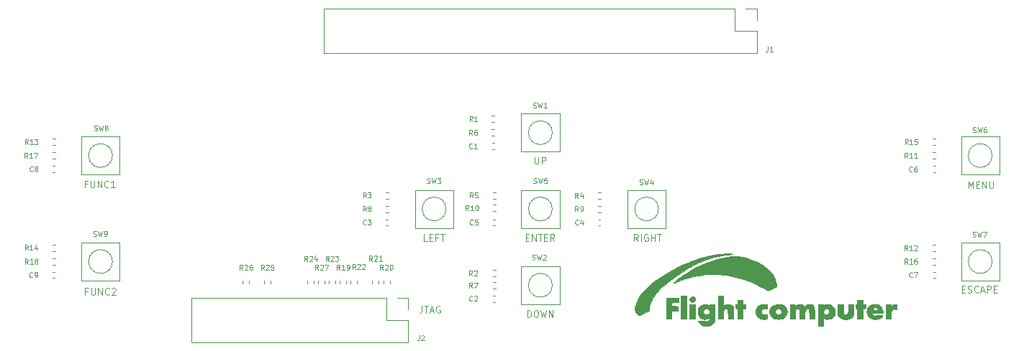
<source format=gbr>
%TF.GenerationSoftware,KiCad,Pcbnew,(5.1.6)-1*%
%TF.CreationDate,2020-11-07T21:19:57+09:00*%
%TF.ProjectId,FlightComputer-Keypad,466c6967-6874-4436-9f6d-70757465722d,rev?*%
%TF.SameCoordinates,Original*%
%TF.FileFunction,Legend,Top*%
%TF.FilePolarity,Positive*%
%FSLAX46Y46*%
G04 Gerber Fmt 4.6, Leading zero omitted, Abs format (unit mm)*
G04 Created by KiCad (PCBNEW (5.1.6)-1) date 2020-11-07 21:19:57*
%MOMM*%
%LPD*%
G01*
G04 APERTURE LIST*
%ADD10C,0.100000*%
%ADD11C,0.120000*%
%ADD12C,0.010000*%
%ADD13C,0.070000*%
G04 APERTURE END LIST*
D10*
X136191666Y-101486904D02*
X136191666Y-102058333D01*
X136153571Y-102172619D01*
X136077380Y-102248809D01*
X135963095Y-102286904D01*
X135886904Y-102286904D01*
X136458333Y-101486904D02*
X136915476Y-101486904D01*
X136686904Y-102286904D02*
X136686904Y-101486904D01*
X137144047Y-102058333D02*
X137525000Y-102058333D01*
X137067857Y-102286904D02*
X137334523Y-101486904D01*
X137601190Y-102286904D01*
X138286904Y-101525000D02*
X138210714Y-101486904D01*
X138096428Y-101486904D01*
X137982142Y-101525000D01*
X137905952Y-101601190D01*
X137867857Y-101677380D01*
X137829761Y-101829761D01*
X137829761Y-101944047D01*
X137867857Y-102096428D01*
X137905952Y-102172619D01*
X137982142Y-102248809D01*
X138096428Y-102286904D01*
X138172619Y-102286904D01*
X138286904Y-102248809D01*
X138325000Y-102210714D01*
X138325000Y-101944047D01*
X138172619Y-101944047D01*
X96770238Y-87092857D02*
X96503571Y-87092857D01*
X96503571Y-87511904D02*
X96503571Y-86711904D01*
X96884523Y-86711904D01*
X97189285Y-86711904D02*
X97189285Y-87359523D01*
X97227380Y-87435714D01*
X97265476Y-87473809D01*
X97341666Y-87511904D01*
X97494047Y-87511904D01*
X97570238Y-87473809D01*
X97608333Y-87435714D01*
X97646428Y-87359523D01*
X97646428Y-86711904D01*
X98027380Y-87511904D02*
X98027380Y-86711904D01*
X98484523Y-87511904D01*
X98484523Y-86711904D01*
X99322619Y-87435714D02*
X99284523Y-87473809D01*
X99170238Y-87511904D01*
X99094047Y-87511904D01*
X98979761Y-87473809D01*
X98903571Y-87397619D01*
X98865476Y-87321428D01*
X98827380Y-87169047D01*
X98827380Y-87054761D01*
X98865476Y-86902380D01*
X98903571Y-86826190D01*
X98979761Y-86750000D01*
X99094047Y-86711904D01*
X99170238Y-86711904D01*
X99284523Y-86750000D01*
X99322619Y-86788095D01*
X100084523Y-87511904D02*
X99627380Y-87511904D01*
X99855952Y-87511904D02*
X99855952Y-86711904D01*
X99779761Y-86826190D01*
X99703571Y-86902380D01*
X99627380Y-86940476D01*
X200483333Y-87586904D02*
X200483333Y-86786904D01*
X200750000Y-87358333D01*
X201016666Y-86786904D01*
X201016666Y-87586904D01*
X201397619Y-87167857D02*
X201664285Y-87167857D01*
X201778571Y-87586904D02*
X201397619Y-87586904D01*
X201397619Y-86786904D01*
X201778571Y-86786904D01*
X202121428Y-87586904D02*
X202121428Y-86786904D01*
X202578571Y-87586904D01*
X202578571Y-86786904D01*
X202959523Y-86786904D02*
X202959523Y-87434523D01*
X202997619Y-87510714D01*
X203035714Y-87548809D01*
X203111904Y-87586904D01*
X203264285Y-87586904D01*
X203340476Y-87548809D01*
X203378571Y-87510714D01*
X203416666Y-87434523D01*
X203416666Y-86786904D01*
X136813095Y-93811904D02*
X136432142Y-93811904D01*
X136432142Y-93011904D01*
X137079761Y-93392857D02*
X137346428Y-93392857D01*
X137460714Y-93811904D02*
X137079761Y-93811904D01*
X137079761Y-93011904D01*
X137460714Y-93011904D01*
X138070238Y-93392857D02*
X137803571Y-93392857D01*
X137803571Y-93811904D02*
X137803571Y-93011904D01*
X138184523Y-93011904D01*
X138375000Y-93011904D02*
X138832142Y-93011904D01*
X138603571Y-93811904D02*
X138603571Y-93011904D01*
X149446428Y-83911904D02*
X149446428Y-84559523D01*
X149484523Y-84635714D01*
X149522619Y-84673809D01*
X149598809Y-84711904D01*
X149751190Y-84711904D01*
X149827380Y-84673809D01*
X149865476Y-84635714D01*
X149903571Y-84559523D01*
X149903571Y-83911904D01*
X150284523Y-84711904D02*
X150284523Y-83911904D01*
X150589285Y-83911904D01*
X150665476Y-83950000D01*
X150703571Y-83988095D01*
X150741666Y-84064285D01*
X150741666Y-84178571D01*
X150703571Y-84254761D01*
X150665476Y-84292857D01*
X150589285Y-84330952D01*
X150284523Y-84330952D01*
X148417857Y-93392857D02*
X148684523Y-93392857D01*
X148798809Y-93811904D02*
X148417857Y-93811904D01*
X148417857Y-93011904D01*
X148798809Y-93011904D01*
X149141666Y-93811904D02*
X149141666Y-93011904D01*
X149598809Y-93811904D01*
X149598809Y-93011904D01*
X149865476Y-93011904D02*
X150322619Y-93011904D01*
X150094047Y-93811904D02*
X150094047Y-93011904D01*
X150589285Y-93392857D02*
X150855952Y-93392857D01*
X150970238Y-93811904D02*
X150589285Y-93811904D01*
X150589285Y-93011904D01*
X150970238Y-93011904D01*
X151770238Y-93811904D02*
X151503571Y-93430952D01*
X151313095Y-93811904D02*
X151313095Y-93011904D01*
X151617857Y-93011904D01*
X151694047Y-93050000D01*
X151732142Y-93088095D01*
X151770238Y-93164285D01*
X151770238Y-93278571D01*
X151732142Y-93354761D01*
X151694047Y-93392857D01*
X151617857Y-93430952D01*
X151313095Y-93430952D01*
X148570238Y-102811904D02*
X148570238Y-102011904D01*
X148760714Y-102011904D01*
X148875000Y-102050000D01*
X148951190Y-102126190D01*
X148989285Y-102202380D01*
X149027380Y-102354761D01*
X149027380Y-102469047D01*
X148989285Y-102621428D01*
X148951190Y-102697619D01*
X148875000Y-102773809D01*
X148760714Y-102811904D01*
X148570238Y-102811904D01*
X149522619Y-102011904D02*
X149675000Y-102011904D01*
X149751190Y-102050000D01*
X149827380Y-102126190D01*
X149865476Y-102278571D01*
X149865476Y-102545238D01*
X149827380Y-102697619D01*
X149751190Y-102773809D01*
X149675000Y-102811904D01*
X149522619Y-102811904D01*
X149446428Y-102773809D01*
X149370238Y-102697619D01*
X149332142Y-102545238D01*
X149332142Y-102278571D01*
X149370238Y-102126190D01*
X149446428Y-102050000D01*
X149522619Y-102011904D01*
X150132142Y-102011904D02*
X150322619Y-102811904D01*
X150475000Y-102240476D01*
X150627380Y-102811904D01*
X150817857Y-102011904D01*
X151122619Y-102811904D02*
X151122619Y-102011904D01*
X151579761Y-102811904D01*
X151579761Y-102011904D01*
X161608333Y-93811904D02*
X161341666Y-93430952D01*
X161151190Y-93811904D02*
X161151190Y-93011904D01*
X161455952Y-93011904D01*
X161532142Y-93050000D01*
X161570238Y-93088095D01*
X161608333Y-93164285D01*
X161608333Y-93278571D01*
X161570238Y-93354761D01*
X161532142Y-93392857D01*
X161455952Y-93430952D01*
X161151190Y-93430952D01*
X161951190Y-93811904D02*
X161951190Y-93011904D01*
X162751190Y-93050000D02*
X162675000Y-93011904D01*
X162560714Y-93011904D01*
X162446428Y-93050000D01*
X162370238Y-93126190D01*
X162332142Y-93202380D01*
X162294047Y-93354761D01*
X162294047Y-93469047D01*
X162332142Y-93621428D01*
X162370238Y-93697619D01*
X162446428Y-93773809D01*
X162560714Y-93811904D01*
X162636904Y-93811904D01*
X162751190Y-93773809D01*
X162789285Y-93735714D01*
X162789285Y-93469047D01*
X162636904Y-93469047D01*
X163132142Y-93811904D02*
X163132142Y-93011904D01*
X163132142Y-93392857D02*
X163589285Y-93392857D01*
X163589285Y-93811904D02*
X163589285Y-93011904D01*
X163855952Y-93011904D02*
X164313095Y-93011904D01*
X164084523Y-93811904D02*
X164084523Y-93011904D01*
X199717857Y-99492857D02*
X199984523Y-99492857D01*
X200098809Y-99911904D02*
X199717857Y-99911904D01*
X199717857Y-99111904D01*
X200098809Y-99111904D01*
X200403571Y-99873809D02*
X200517857Y-99911904D01*
X200708333Y-99911904D01*
X200784523Y-99873809D01*
X200822619Y-99835714D01*
X200860714Y-99759523D01*
X200860714Y-99683333D01*
X200822619Y-99607142D01*
X200784523Y-99569047D01*
X200708333Y-99530952D01*
X200555952Y-99492857D01*
X200479761Y-99454761D01*
X200441666Y-99416666D01*
X200403571Y-99340476D01*
X200403571Y-99264285D01*
X200441666Y-99188095D01*
X200479761Y-99150000D01*
X200555952Y-99111904D01*
X200746428Y-99111904D01*
X200860714Y-99150000D01*
X201660714Y-99835714D02*
X201622619Y-99873809D01*
X201508333Y-99911904D01*
X201432142Y-99911904D01*
X201317857Y-99873809D01*
X201241666Y-99797619D01*
X201203571Y-99721428D01*
X201165476Y-99569047D01*
X201165476Y-99454761D01*
X201203571Y-99302380D01*
X201241666Y-99226190D01*
X201317857Y-99150000D01*
X201432142Y-99111904D01*
X201508333Y-99111904D01*
X201622619Y-99150000D01*
X201660714Y-99188095D01*
X201965476Y-99683333D02*
X202346428Y-99683333D01*
X201889285Y-99911904D02*
X202155952Y-99111904D01*
X202422619Y-99911904D01*
X202689285Y-99911904D02*
X202689285Y-99111904D01*
X202994047Y-99111904D01*
X203070238Y-99150000D01*
X203108333Y-99188095D01*
X203146428Y-99264285D01*
X203146428Y-99378571D01*
X203108333Y-99454761D01*
X203070238Y-99492857D01*
X202994047Y-99530952D01*
X202689285Y-99530952D01*
X203489285Y-99492857D02*
X203755952Y-99492857D01*
X203870238Y-99911904D02*
X203489285Y-99911904D01*
X203489285Y-99111904D01*
X203870238Y-99111904D01*
X96845238Y-99742857D02*
X96578571Y-99742857D01*
X96578571Y-100161904D02*
X96578571Y-99361904D01*
X96959523Y-99361904D01*
X97264285Y-99361904D02*
X97264285Y-100009523D01*
X97302380Y-100085714D01*
X97340476Y-100123809D01*
X97416666Y-100161904D01*
X97569047Y-100161904D01*
X97645238Y-100123809D01*
X97683333Y-100085714D01*
X97721428Y-100009523D01*
X97721428Y-99361904D01*
X98102380Y-100161904D02*
X98102380Y-99361904D01*
X98559523Y-100161904D01*
X98559523Y-99361904D01*
X99397619Y-100085714D02*
X99359523Y-100123809D01*
X99245238Y-100161904D01*
X99169047Y-100161904D01*
X99054761Y-100123809D01*
X98978571Y-100047619D01*
X98940476Y-99971428D01*
X98902380Y-99819047D01*
X98902380Y-99704761D01*
X98940476Y-99552380D01*
X98978571Y-99476190D01*
X99054761Y-99400000D01*
X99169047Y-99361904D01*
X99245238Y-99361904D01*
X99359523Y-99400000D01*
X99397619Y-99438095D01*
X99702380Y-99438095D02*
X99740476Y-99400000D01*
X99816666Y-99361904D01*
X100007142Y-99361904D01*
X100083333Y-99400000D01*
X100121428Y-99438095D01*
X100159523Y-99514285D01*
X100159523Y-99590476D01*
X100121428Y-99704761D01*
X99664285Y-100161904D01*
X100159523Y-100161904D01*
D11*
%TO.C,R19*%
X126545000Y-98482379D02*
X126545000Y-98817621D01*
X127305000Y-98482379D02*
X127305000Y-98817621D01*
%TO.C,R27*%
X123995000Y-98482379D02*
X123995000Y-98817621D01*
X124755000Y-98482379D02*
X124755000Y-98817621D01*
%TO.C,R26*%
X115105000Y-98482379D02*
X115105000Y-98817621D01*
X115865000Y-98482379D02*
X115865000Y-98817621D01*
%TO.C,R25*%
X117625000Y-98482379D02*
X117625000Y-98817621D01*
X118385000Y-98482379D02*
X118385000Y-98817621D01*
%TO.C,R24*%
X122715000Y-98482379D02*
X122715000Y-98817621D01*
X123475000Y-98482379D02*
X123475000Y-98817621D01*
%TO.C,R23*%
X125270000Y-98482379D02*
X125270000Y-98817621D01*
X126030000Y-98482379D02*
X126030000Y-98817621D01*
%TO.C,R22*%
X127795000Y-98482379D02*
X127795000Y-98817621D01*
X128555000Y-98482379D02*
X128555000Y-98817621D01*
%TO.C,R21*%
X130345000Y-98492379D02*
X130345000Y-98827621D01*
X131105000Y-98492379D02*
X131105000Y-98827621D01*
%TO.C,R20*%
X132405000Y-98817621D02*
X132405000Y-98482379D01*
X131645000Y-98817621D02*
X131645000Y-98482379D01*
%TO.C,R18*%
X92707379Y-96630000D02*
X93042621Y-96630000D01*
X92707379Y-95870000D02*
X93042621Y-95870000D01*
%TO.C,R17*%
X92707379Y-84130000D02*
X93042621Y-84130000D01*
X92707379Y-83370000D02*
X93042621Y-83370000D01*
%TO.C,R16*%
X196307379Y-96630000D02*
X196642621Y-96630000D01*
X196307379Y-95870000D02*
X196642621Y-95870000D01*
%TO.C,R15*%
X196307379Y-84130000D02*
X196642621Y-84130000D01*
X196307379Y-83370000D02*
X196642621Y-83370000D01*
%TO.C,R14*%
X93042621Y-94270000D02*
X92707379Y-94270000D01*
X93042621Y-95030000D02*
X92707379Y-95030000D01*
%TO.C,R13*%
X93042621Y-81770000D02*
X92707379Y-81770000D01*
X93042621Y-82530000D02*
X92707379Y-82530000D01*
%TO.C,R12*%
X196642621Y-94270000D02*
X196307379Y-94270000D01*
X196642621Y-95030000D02*
X196307379Y-95030000D01*
%TO.C,R11*%
X196642621Y-81770000D02*
X196307379Y-81770000D01*
X196642621Y-82530000D02*
X196307379Y-82530000D01*
%TO.C,R10*%
X144507379Y-90330000D02*
X144842621Y-90330000D01*
X144507379Y-89570000D02*
X144842621Y-89570000D01*
%TO.C,R9*%
X156907379Y-90430000D02*
X157242621Y-90430000D01*
X156907379Y-89670000D02*
X157242621Y-89670000D01*
%TO.C,R8*%
X131907379Y-90430000D02*
X132242621Y-90430000D01*
X131907379Y-89670000D02*
X132242621Y-89670000D01*
%TO.C,R7*%
X144507379Y-99430000D02*
X144842621Y-99430000D01*
X144507379Y-98670000D02*
X144842621Y-98670000D01*
%TO.C,R6*%
X144407379Y-81430000D02*
X144742621Y-81430000D01*
X144407379Y-80670000D02*
X144742621Y-80670000D01*
%TO.C,R5*%
X144842621Y-88070000D02*
X144507379Y-88070000D01*
X144842621Y-88830000D02*
X144507379Y-88830000D01*
%TO.C,R4*%
X157242621Y-88070000D02*
X156907379Y-88070000D01*
X157242621Y-88830000D02*
X156907379Y-88830000D01*
%TO.C,R3*%
X132242621Y-88070000D02*
X131907379Y-88070000D01*
X132242621Y-88830000D02*
X131907379Y-88830000D01*
%TO.C,R2*%
X144842621Y-97270000D02*
X144507379Y-97270000D01*
X144842621Y-98030000D02*
X144507379Y-98030000D01*
%TO.C,R1*%
X144742621Y-79070000D02*
X144407379Y-79070000D01*
X144742621Y-79830000D02*
X144407379Y-79830000D01*
%TO.C,C9*%
X92990835Y-97490000D02*
X92759165Y-97490000D01*
X92990835Y-98210000D02*
X92759165Y-98210000D01*
%TO.C,C8*%
X92990835Y-84990000D02*
X92759165Y-84990000D01*
X92990835Y-85710000D02*
X92759165Y-85710000D01*
%TO.C,C7*%
X196590835Y-97490000D02*
X196359165Y-97490000D01*
X196590835Y-98210000D02*
X196359165Y-98210000D01*
%TO.C,C6*%
X196590835Y-84990000D02*
X196359165Y-84990000D01*
X196590835Y-85710000D02*
X196359165Y-85710000D01*
%TO.C,C5*%
X144790835Y-91290000D02*
X144559165Y-91290000D01*
X144790835Y-92010000D02*
X144559165Y-92010000D01*
%TO.C,C4*%
X157190835Y-91290000D02*
X156959165Y-91290000D01*
X157190835Y-92010000D02*
X156959165Y-92010000D01*
%TO.C,C3*%
X132190835Y-91290000D02*
X131959165Y-91290000D01*
X132190835Y-92010000D02*
X131959165Y-92010000D01*
%TO.C,C2*%
X144790835Y-100290000D02*
X144559165Y-100290000D01*
X144790835Y-101010000D02*
X144559165Y-101010000D01*
%TO.C,C1*%
X144690835Y-82290000D02*
X144459165Y-82290000D01*
X144690835Y-83010000D02*
X144459165Y-83010000D01*
D12*
%TO.C,G\u002A\u002A\u002A*%
G36*
X173452627Y-95649315D02*
G01*
X173780373Y-95690550D01*
X173825167Y-95699821D01*
X174371420Y-95841391D01*
X174918897Y-96023038D01*
X175446199Y-96236109D01*
X175931930Y-96471954D01*
X176354691Y-96721922D01*
X176356946Y-96723415D01*
X176585271Y-96892226D01*
X176829455Y-97102322D01*
X177069545Y-97334032D01*
X177285590Y-97567689D01*
X177457640Y-97783622D01*
X177508324Y-97858500D01*
X177649918Y-98115709D01*
X177768767Y-98397318D01*
X177857183Y-98679506D01*
X177907473Y-98938454D01*
X177914819Y-99117563D01*
X177874675Y-99173157D01*
X177758470Y-99254752D01*
X177564710Y-99363324D01*
X177445372Y-99424479D01*
X177261988Y-99514194D01*
X177103475Y-99587545D01*
X176986449Y-99637129D01*
X176927526Y-99655541D01*
X176926788Y-99655533D01*
X176863293Y-99633779D01*
X176755179Y-99579810D01*
X176661500Y-99526373D01*
X176536984Y-99455290D01*
X176361505Y-99359857D01*
X176159918Y-99253410D01*
X175986908Y-99164386D01*
X175013391Y-98713857D01*
X174032852Y-98346792D01*
X173046368Y-98063533D01*
X172055020Y-97864424D01*
X171750833Y-97820360D01*
X171507516Y-97796187D01*
X171200983Y-97777733D01*
X170852502Y-97765208D01*
X170483344Y-97758822D01*
X170114780Y-97758784D01*
X169768079Y-97765306D01*
X169464512Y-97778596D01*
X169253167Y-97795706D01*
X168554224Y-97897107D01*
X167846599Y-98048346D01*
X167156428Y-98242601D01*
X166509851Y-98473048D01*
X166264897Y-98575761D01*
X166029966Y-98676118D01*
X165868500Y-98737767D01*
X165778809Y-98760992D01*
X165759205Y-98746079D01*
X165808000Y-98693311D01*
X165871262Y-98642172D01*
X165976563Y-98561216D01*
X166056485Y-98499739D01*
X166078167Y-98483045D01*
X166338395Y-98290213D01*
X166657453Y-98066623D01*
X167020134Y-97822596D01*
X167411236Y-97568454D01*
X167623333Y-97434135D01*
X168331113Y-97025217D01*
X169100598Y-96645681D01*
X169911251Y-96304800D01*
X170742533Y-96011848D01*
X170843959Y-95979963D01*
X171270527Y-95863994D01*
X171722955Y-95770248D01*
X172184311Y-95700316D01*
X172637664Y-95655789D01*
X173066080Y-95638258D01*
X173452627Y-95649315D01*
G37*
X173452627Y-95649315D02*
X173780373Y-95690550D01*
X173825167Y-95699821D01*
X174371420Y-95841391D01*
X174918897Y-96023038D01*
X175446199Y-96236109D01*
X175931930Y-96471954D01*
X176354691Y-96721922D01*
X176356946Y-96723415D01*
X176585271Y-96892226D01*
X176829455Y-97102322D01*
X177069545Y-97334032D01*
X177285590Y-97567689D01*
X177457640Y-97783622D01*
X177508324Y-97858500D01*
X177649918Y-98115709D01*
X177768767Y-98397318D01*
X177857183Y-98679506D01*
X177907473Y-98938454D01*
X177914819Y-99117563D01*
X177874675Y-99173157D01*
X177758470Y-99254752D01*
X177564710Y-99363324D01*
X177445372Y-99424479D01*
X177261988Y-99514194D01*
X177103475Y-99587545D01*
X176986449Y-99637129D01*
X176927526Y-99655541D01*
X176926788Y-99655533D01*
X176863293Y-99633779D01*
X176755179Y-99579810D01*
X176661500Y-99526373D01*
X176536984Y-99455290D01*
X176361505Y-99359857D01*
X176159918Y-99253410D01*
X175986908Y-99164386D01*
X175013391Y-98713857D01*
X174032852Y-98346792D01*
X173046368Y-98063533D01*
X172055020Y-97864424D01*
X171750833Y-97820360D01*
X171507516Y-97796187D01*
X171200983Y-97777733D01*
X170852502Y-97765208D01*
X170483344Y-97758822D01*
X170114780Y-97758784D01*
X169768079Y-97765306D01*
X169464512Y-97778596D01*
X169253167Y-97795706D01*
X168554224Y-97897107D01*
X167846599Y-98048346D01*
X167156428Y-98242601D01*
X166509851Y-98473048D01*
X166264897Y-98575761D01*
X166029966Y-98676118D01*
X165868500Y-98737767D01*
X165778809Y-98760992D01*
X165759205Y-98746079D01*
X165808000Y-98693311D01*
X165871262Y-98642172D01*
X165976563Y-98561216D01*
X166056485Y-98499739D01*
X166078167Y-98483045D01*
X166338395Y-98290213D01*
X166657453Y-98066623D01*
X167020134Y-97822596D01*
X167411236Y-97568454D01*
X167623333Y-97434135D01*
X168331113Y-97025217D01*
X169100598Y-96645681D01*
X169911251Y-96304800D01*
X170742533Y-96011848D01*
X170843959Y-95979963D01*
X171270527Y-95863994D01*
X171722955Y-95770248D01*
X172184311Y-95700316D01*
X172637664Y-95655789D01*
X173066080Y-95638258D01*
X173452627Y-95649315D01*
G36*
X168145066Y-100410519D02*
G01*
X168261309Y-100497089D01*
X168330281Y-100617556D01*
X168342763Y-100752437D01*
X168289537Y-100882245D01*
X168250351Y-100926017D01*
X168120673Y-100996957D01*
X167966617Y-101012255D01*
X167822168Y-100972345D01*
X167751982Y-100919684D01*
X167677793Y-100787471D01*
X167672722Y-100645525D01*
X167727244Y-100515477D01*
X167831834Y-100418962D01*
X167976969Y-100377611D01*
X167990769Y-100377333D01*
X168145066Y-100410519D01*
G37*
X168145066Y-100410519D02*
X168261309Y-100497089D01*
X168330281Y-100617556D01*
X168342763Y-100752437D01*
X168289537Y-100882245D01*
X168250351Y-100926017D01*
X168120673Y-100996957D01*
X167966617Y-101012255D01*
X167822168Y-100972345D01*
X167751982Y-100919684D01*
X167677793Y-100787471D01*
X167672722Y-100645525D01*
X167727244Y-100515477D01*
X167831834Y-100418962D01*
X167976969Y-100377611D01*
X167990769Y-100377333D01*
X168145066Y-100410519D01*
G36*
X172525045Y-95332380D02*
G01*
X172536498Y-95332746D01*
X172669449Y-95344841D01*
X172723052Y-95365707D01*
X172701282Y-95389075D01*
X172608111Y-95408679D01*
X172482771Y-95417502D01*
X172295870Y-95429852D01*
X172049810Y-95456070D01*
X171768441Y-95493345D01*
X171531737Y-95529596D01*
X171445088Y-95543255D01*
X171304311Y-95565003D01*
X171138989Y-95590273D01*
X171129570Y-95591704D01*
X170947296Y-95625993D01*
X170722122Y-95677835D01*
X170491571Y-95738316D01*
X170396167Y-95765945D01*
X170212673Y-95820632D01*
X170054814Y-95866920D01*
X169943206Y-95898806D01*
X169904027Y-95909252D01*
X169828303Y-95933576D01*
X169705802Y-95979169D01*
X169607694Y-96018105D01*
X169432056Y-96089506D01*
X169245950Y-96164966D01*
X169168500Y-96196297D01*
X169060621Y-96244149D01*
X168893441Y-96323440D01*
X168682630Y-96426269D01*
X168443856Y-96544732D01*
X168192790Y-96670927D01*
X167945102Y-96796951D01*
X167716460Y-96914902D01*
X167522535Y-97016877D01*
X167378996Y-97094974D01*
X167327000Y-97125009D01*
X167230178Y-97186124D01*
X167078421Y-97285164D01*
X166886607Y-97412153D01*
X166669614Y-97557115D01*
X166442322Y-97710075D01*
X166219608Y-97861057D01*
X166016352Y-98000084D01*
X165852356Y-98113734D01*
X165708064Y-98217552D01*
X165535236Y-98346125D01*
X165354006Y-98484004D01*
X165184510Y-98615739D01*
X165046883Y-98725882D01*
X164971889Y-98789290D01*
X164913448Y-98838966D01*
X164815030Y-98920338D01*
X164741545Y-98980333D01*
X164540053Y-99154990D01*
X164311571Y-99370719D01*
X164076401Y-99606810D01*
X163854844Y-99842553D01*
X163667201Y-100057238D01*
X163583990Y-100161214D01*
X163330206Y-100521234D01*
X163141284Y-100854735D01*
X163008739Y-101177486D01*
X162971889Y-101298777D01*
X162928000Y-101457156D01*
X162901218Y-101559126D01*
X162887375Y-101630224D01*
X162882298Y-101695991D01*
X162881816Y-101781965D01*
X162882000Y-101849200D01*
X162882000Y-102051068D01*
X162352402Y-102314867D01*
X162154625Y-102410777D01*
X161979349Y-102490936D01*
X161842619Y-102548360D01*
X161760478Y-102576063D01*
X161749152Y-102577540D01*
X161662270Y-102555218D01*
X161557647Y-102503456D01*
X161441169Y-102392710D01*
X161340819Y-102229934D01*
X161272325Y-102047762D01*
X161251417Y-101878832D01*
X161252055Y-101869381D01*
X161319728Y-101489492D01*
X161458952Y-101084995D01*
X161663533Y-100664811D01*
X161927277Y-100237861D01*
X162243991Y-99813067D01*
X162607482Y-99399350D01*
X163011554Y-99005630D01*
X163450016Y-98640830D01*
X163541227Y-98572172D01*
X164161701Y-98138901D01*
X164840890Y-97710822D01*
X165556889Y-97299881D01*
X166287792Y-96918028D01*
X167011695Y-96577210D01*
X167706694Y-96289375D01*
X167771500Y-96264814D01*
X168192182Y-96111287D01*
X168613761Y-95965816D01*
X169022107Y-95832774D01*
X169403091Y-95716536D01*
X169742584Y-95621475D01*
X170026455Y-95551963D01*
X170163333Y-95524493D01*
X170258100Y-95506717D01*
X170403908Y-95478276D01*
X170565500Y-95446068D01*
X170973774Y-95380557D01*
X171428795Y-95340212D01*
X171942055Y-95324373D01*
X172525045Y-95332380D01*
G37*
X172525045Y-95332380D02*
X172536498Y-95332746D01*
X172669449Y-95344841D01*
X172723052Y-95365707D01*
X172701282Y-95389075D01*
X172608111Y-95408679D01*
X172482771Y-95417502D01*
X172295870Y-95429852D01*
X172049810Y-95456070D01*
X171768441Y-95493345D01*
X171531737Y-95529596D01*
X171445088Y-95543255D01*
X171304311Y-95565003D01*
X171138989Y-95590273D01*
X171129570Y-95591704D01*
X170947296Y-95625993D01*
X170722122Y-95677835D01*
X170491571Y-95738316D01*
X170396167Y-95765945D01*
X170212673Y-95820632D01*
X170054814Y-95866920D01*
X169943206Y-95898806D01*
X169904027Y-95909252D01*
X169828303Y-95933576D01*
X169705802Y-95979169D01*
X169607694Y-96018105D01*
X169432056Y-96089506D01*
X169245950Y-96164966D01*
X169168500Y-96196297D01*
X169060621Y-96244149D01*
X168893441Y-96323440D01*
X168682630Y-96426269D01*
X168443856Y-96544732D01*
X168192790Y-96670927D01*
X167945102Y-96796951D01*
X167716460Y-96914902D01*
X167522535Y-97016877D01*
X167378996Y-97094974D01*
X167327000Y-97125009D01*
X167230178Y-97186124D01*
X167078421Y-97285164D01*
X166886607Y-97412153D01*
X166669614Y-97557115D01*
X166442322Y-97710075D01*
X166219608Y-97861057D01*
X166016352Y-98000084D01*
X165852356Y-98113734D01*
X165708064Y-98217552D01*
X165535236Y-98346125D01*
X165354006Y-98484004D01*
X165184510Y-98615739D01*
X165046883Y-98725882D01*
X164971889Y-98789290D01*
X164913448Y-98838966D01*
X164815030Y-98920338D01*
X164741545Y-98980333D01*
X164540053Y-99154990D01*
X164311571Y-99370719D01*
X164076401Y-99606810D01*
X163854844Y-99842553D01*
X163667201Y-100057238D01*
X163583990Y-100161214D01*
X163330206Y-100521234D01*
X163141284Y-100854735D01*
X163008739Y-101177486D01*
X162971889Y-101298777D01*
X162928000Y-101457156D01*
X162901218Y-101559126D01*
X162887375Y-101630224D01*
X162882298Y-101695991D01*
X162881816Y-101781965D01*
X162882000Y-101849200D01*
X162882000Y-102051068D01*
X162352402Y-102314867D01*
X162154625Y-102410777D01*
X161979349Y-102490936D01*
X161842619Y-102548360D01*
X161760478Y-102576063D01*
X161749152Y-102577540D01*
X161662270Y-102555218D01*
X161557647Y-102503456D01*
X161441169Y-102392710D01*
X161340819Y-102229934D01*
X161272325Y-102047762D01*
X161251417Y-101878832D01*
X161252055Y-101869381D01*
X161319728Y-101489492D01*
X161458952Y-101084995D01*
X161663533Y-100664811D01*
X161927277Y-100237861D01*
X162243991Y-99813067D01*
X162607482Y-99399350D01*
X163011554Y-99005630D01*
X163450016Y-98640830D01*
X163541227Y-98572172D01*
X164161701Y-98138901D01*
X164840890Y-97710822D01*
X165556889Y-97299881D01*
X166287792Y-96918028D01*
X167011695Y-96577210D01*
X167706694Y-96289375D01*
X167771500Y-96264814D01*
X168192182Y-96111287D01*
X168613761Y-95965816D01*
X169022107Y-95832774D01*
X169403091Y-95716536D01*
X169742584Y-95621475D01*
X170026455Y-95551963D01*
X170163333Y-95524493D01*
X170258100Y-95506717D01*
X170403908Y-95478276D01*
X170565500Y-95446068D01*
X170973774Y-95380557D01*
X171428795Y-95340212D01*
X171942055Y-95324373D01*
X172525045Y-95332380D01*
G36*
X191216342Y-101310019D02*
G01*
X191311018Y-101317992D01*
X191356688Y-101338456D01*
X191371183Y-101377282D01*
X191372333Y-101413224D01*
X191372333Y-101517781D01*
X191526407Y-101413224D01*
X191722810Y-101324554D01*
X191865074Y-101308666D01*
X192049667Y-101308666D01*
X192049667Y-101895423D01*
X191912553Y-101856099D01*
X191736865Y-101841079D01*
X191576482Y-101890172D01*
X191456795Y-101994144D01*
X191435097Y-102029757D01*
X191399344Y-102144908D01*
X191378745Y-102327129D01*
X191372333Y-102576564D01*
X191372333Y-103002000D01*
X190737333Y-103002000D01*
X190737333Y-101308666D01*
X191054833Y-101308666D01*
X191216342Y-101310019D01*
G37*
X191216342Y-101310019D02*
X191311018Y-101317992D01*
X191356688Y-101338456D01*
X191371183Y-101377282D01*
X191372333Y-101413224D01*
X191372333Y-101517781D01*
X191526407Y-101413224D01*
X191722810Y-101324554D01*
X191865074Y-101308666D01*
X192049667Y-101308666D01*
X192049667Y-101895423D01*
X191912553Y-101856099D01*
X191736865Y-101841079D01*
X191576482Y-101890172D01*
X191456795Y-101994144D01*
X191435097Y-102029757D01*
X191399344Y-102144908D01*
X191378745Y-102327129D01*
X191372333Y-102576564D01*
X191372333Y-103002000D01*
X190737333Y-103002000D01*
X190737333Y-101308666D01*
X191054833Y-101308666D01*
X191216342Y-101310019D01*
G36*
X188028000Y-101308666D02*
G01*
X188366667Y-101308666D01*
X188366667Y-101541500D01*
X188364310Y-101674651D01*
X188350174Y-101743962D01*
X188313662Y-101770250D01*
X188248133Y-101774333D01*
X188164880Y-101780559D01*
X188105629Y-101807341D01*
X188066352Y-101866834D01*
X188043025Y-101971195D01*
X188031621Y-102132577D01*
X188028115Y-102363137D01*
X188028000Y-102438966D01*
X188028000Y-103002000D01*
X187393000Y-103002000D01*
X187393000Y-102388166D01*
X187392410Y-102148838D01*
X187389465Y-101981386D01*
X187382401Y-101873020D01*
X187369454Y-101810953D01*
X187348859Y-101782394D01*
X187318853Y-101774556D01*
X187308333Y-101774333D01*
X187259404Y-101764227D01*
X187233915Y-101720532D01*
X187224570Y-101623184D01*
X187223667Y-101541500D01*
X187227341Y-101406946D01*
X187243230Y-101336850D01*
X187278630Y-101311149D01*
X187308333Y-101308666D01*
X187355621Y-101299398D01*
X187381173Y-101258686D01*
X187391443Y-101167167D01*
X187393000Y-101054666D01*
X187393000Y-100800666D01*
X188028000Y-100800666D01*
X188028000Y-101308666D01*
G37*
X188028000Y-101308666D02*
X188366667Y-101308666D01*
X188366667Y-101541500D01*
X188364310Y-101674651D01*
X188350174Y-101743962D01*
X188313662Y-101770250D01*
X188248133Y-101774333D01*
X188164880Y-101780559D01*
X188105629Y-101807341D01*
X188066352Y-101866834D01*
X188043025Y-101971195D01*
X188031621Y-102132577D01*
X188028115Y-102363137D01*
X188028000Y-102438966D01*
X188028000Y-103002000D01*
X187393000Y-103002000D01*
X187393000Y-102388166D01*
X187392410Y-102148838D01*
X187389465Y-101981386D01*
X187382401Y-101873020D01*
X187369454Y-101810953D01*
X187348859Y-101782394D01*
X187318853Y-101774556D01*
X187308333Y-101774333D01*
X187259404Y-101764227D01*
X187233915Y-101720532D01*
X187224570Y-101623184D01*
X187223667Y-101541500D01*
X187227341Y-101406946D01*
X187243230Y-101336850D01*
X187278630Y-101311149D01*
X187308333Y-101308666D01*
X187355621Y-101299398D01*
X187381173Y-101258686D01*
X187391443Y-101167167D01*
X187393000Y-101054666D01*
X187393000Y-100800666D01*
X188028000Y-100800666D01*
X188028000Y-101308666D01*
G36*
X181969903Y-101291297D02*
G01*
X182086217Y-101335541D01*
X182178528Y-101387129D01*
X182247202Y-101450320D01*
X182295647Y-101537615D01*
X182327270Y-101661510D01*
X182345479Y-101834507D01*
X182353682Y-102069102D01*
X182355333Y-102322564D01*
X182355333Y-103002000D01*
X181762667Y-103002000D01*
X181762667Y-102583958D01*
X181758961Y-102320284D01*
X181746046Y-102127611D01*
X181721225Y-101992523D01*
X181681800Y-101901605D01*
X181625075Y-101841442D01*
X181611474Y-101831957D01*
X181518039Y-101791477D01*
X181429383Y-101813847D01*
X181423255Y-101817065D01*
X181331442Y-101897820D01*
X181267437Y-102031971D01*
X181228775Y-102228401D01*
X181212993Y-102495990D01*
X181212333Y-102577306D01*
X181212333Y-103002000D01*
X180628373Y-103002000D01*
X180613436Y-102469080D01*
X180606224Y-102246628D01*
X180597283Y-102092824D01*
X180583618Y-101991657D01*
X180562231Y-101927118D01*
X180530127Y-101883199D01*
X180498560Y-101855247D01*
X180411282Y-101792532D01*
X180345927Y-101783331D01*
X180266775Y-101828530D01*
X180223209Y-101862072D01*
X180176833Y-101901551D01*
X180145505Y-101944470D01*
X180126275Y-102007066D01*
X180116193Y-102105578D01*
X180112307Y-102256243D01*
X180111667Y-102475297D01*
X180111667Y-103002000D01*
X179476667Y-103002000D01*
X179476667Y-101308666D01*
X179794167Y-101308666D01*
X179961188Y-101311907D01*
X180059250Y-101323728D01*
X180103888Y-101347280D01*
X180111667Y-101373027D01*
X180123257Y-101407176D01*
X180170070Y-101402431D01*
X180270169Y-101356510D01*
X180279313Y-101351860D01*
X180451116Y-101292574D01*
X180645066Y-101268064D01*
X180825823Y-101280393D01*
X180929366Y-101313956D01*
X181031253Y-101379287D01*
X181117083Y-101448336D01*
X181212333Y-101535091D01*
X181307583Y-101448336D01*
X181509887Y-101317263D01*
X181735375Y-101264234D01*
X181969903Y-101291297D01*
G37*
X181969903Y-101291297D02*
X182086217Y-101335541D01*
X182178528Y-101387129D01*
X182247202Y-101450320D01*
X182295647Y-101537615D01*
X182327270Y-101661510D01*
X182345479Y-101834507D01*
X182353682Y-102069102D01*
X182355333Y-102322564D01*
X182355333Y-103002000D01*
X181762667Y-103002000D01*
X181762667Y-102583958D01*
X181758961Y-102320284D01*
X181746046Y-102127611D01*
X181721225Y-101992523D01*
X181681800Y-101901605D01*
X181625075Y-101841442D01*
X181611474Y-101831957D01*
X181518039Y-101791477D01*
X181429383Y-101813847D01*
X181423255Y-101817065D01*
X181331442Y-101897820D01*
X181267437Y-102031971D01*
X181228775Y-102228401D01*
X181212993Y-102495990D01*
X181212333Y-102577306D01*
X181212333Y-103002000D01*
X180628373Y-103002000D01*
X180613436Y-102469080D01*
X180606224Y-102246628D01*
X180597283Y-102092824D01*
X180583618Y-101991657D01*
X180562231Y-101927118D01*
X180530127Y-101883199D01*
X180498560Y-101855247D01*
X180411282Y-101792532D01*
X180345927Y-101783331D01*
X180266775Y-101828530D01*
X180223209Y-101862072D01*
X180176833Y-101901551D01*
X180145505Y-101944470D01*
X180126275Y-102007066D01*
X180116193Y-102105578D01*
X180112307Y-102256243D01*
X180111667Y-102475297D01*
X180111667Y-103002000D01*
X179476667Y-103002000D01*
X179476667Y-101308666D01*
X179794167Y-101308666D01*
X179961188Y-101311907D01*
X180059250Y-101323728D01*
X180103888Y-101347280D01*
X180111667Y-101373027D01*
X180123257Y-101407176D01*
X180170070Y-101402431D01*
X180270169Y-101356510D01*
X180279313Y-101351860D01*
X180451116Y-101292574D01*
X180645066Y-101268064D01*
X180825823Y-101280393D01*
X180929366Y-101313956D01*
X181031253Y-101379287D01*
X181117083Y-101448336D01*
X181212333Y-101535091D01*
X181307583Y-101448336D01*
X181509887Y-101317263D01*
X181735375Y-101264234D01*
X181969903Y-101291297D01*
G36*
X173931000Y-101308666D02*
G01*
X174269667Y-101308666D01*
X174269667Y-101769222D01*
X173952167Y-101795500D01*
X173928675Y-103002000D01*
X173296000Y-103002000D01*
X173296000Y-101774333D01*
X173190167Y-101774333D01*
X173129554Y-101768289D01*
X173097993Y-101736345D01*
X173086067Y-101657781D01*
X173084333Y-101541500D01*
X173087080Y-101408151D01*
X173101601Y-101338718D01*
X173137311Y-101312481D01*
X173190167Y-101308666D01*
X173248821Y-101303288D01*
X173280488Y-101273900D01*
X173293452Y-101200620D01*
X173295997Y-101063569D01*
X173296000Y-101054666D01*
X173296000Y-100800666D01*
X173931000Y-100800666D01*
X173931000Y-101308666D01*
G37*
X173931000Y-101308666D02*
X174269667Y-101308666D01*
X174269667Y-101769222D01*
X173952167Y-101795500D01*
X173928675Y-103002000D01*
X173296000Y-103002000D01*
X173296000Y-101774333D01*
X173190167Y-101774333D01*
X173129554Y-101768289D01*
X173097993Y-101736345D01*
X173086067Y-101657781D01*
X173084333Y-101541500D01*
X173087080Y-101408151D01*
X173101601Y-101338718D01*
X173137311Y-101312481D01*
X173190167Y-101308666D01*
X173248821Y-101303288D01*
X173280488Y-101273900D01*
X173293452Y-101200620D01*
X173295997Y-101063569D01*
X173296000Y-101054666D01*
X173296000Y-100800666D01*
X173931000Y-100800666D01*
X173931000Y-101308666D01*
G36*
X171645000Y-100843000D02*
G01*
X171646353Y-101056003D01*
X171650069Y-101235046D01*
X171655632Y-101364981D01*
X171662529Y-101430661D01*
X171665143Y-101435666D01*
X171710854Y-101415702D01*
X171798872Y-101366217D01*
X171823893Y-101351158D01*
X172010818Y-101279679D01*
X172220318Y-101266389D01*
X172428320Y-101306430D01*
X172610747Y-101394946D01*
X172743525Y-101527078D01*
X172750506Y-101538111D01*
X172781241Y-101598552D01*
X172803021Y-101672651D01*
X172817325Y-101775228D01*
X172825629Y-101921103D01*
X172829412Y-102125096D01*
X172830175Y-102337104D01*
X172830333Y-103005709D01*
X172523417Y-102993271D01*
X172216500Y-102980833D01*
X172195333Y-102431631D01*
X172186009Y-102206943D01*
X172176330Y-102051959D01*
X172163150Y-101951763D01*
X172143324Y-101891436D01*
X172113706Y-101856063D01*
X172071153Y-101830728D01*
X172068333Y-101829308D01*
X171922416Y-101796404D01*
X171787156Y-101846691D01*
X171719083Y-101909701D01*
X171686413Y-101961036D01*
X171664719Y-102036019D01*
X171651961Y-102150870D01*
X171646099Y-102321809D01*
X171645000Y-102498689D01*
X171645000Y-103002000D01*
X171010000Y-103002000D01*
X171010000Y-100250333D01*
X171645000Y-100250333D01*
X171645000Y-100843000D01*
G37*
X171645000Y-100843000D02*
X171646353Y-101056003D01*
X171650069Y-101235046D01*
X171655632Y-101364981D01*
X171662529Y-101430661D01*
X171665143Y-101435666D01*
X171710854Y-101415702D01*
X171798872Y-101366217D01*
X171823893Y-101351158D01*
X172010818Y-101279679D01*
X172220318Y-101266389D01*
X172428320Y-101306430D01*
X172610747Y-101394946D01*
X172743525Y-101527078D01*
X172750506Y-101538111D01*
X172781241Y-101598552D01*
X172803021Y-101672651D01*
X172817325Y-101775228D01*
X172825629Y-101921103D01*
X172829412Y-102125096D01*
X172830175Y-102337104D01*
X172830333Y-103005709D01*
X172523417Y-102993271D01*
X172216500Y-102980833D01*
X172195333Y-102431631D01*
X172186009Y-102206943D01*
X172176330Y-102051959D01*
X172163150Y-101951763D01*
X172143324Y-101891436D01*
X172113706Y-101856063D01*
X172071153Y-101830728D01*
X172068333Y-101829308D01*
X171922416Y-101796404D01*
X171787156Y-101846691D01*
X171719083Y-101909701D01*
X171686413Y-101961036D01*
X171664719Y-102036019D01*
X171651961Y-102150870D01*
X171646099Y-102321809D01*
X171645000Y-102498689D01*
X171645000Y-103002000D01*
X171010000Y-103002000D01*
X171010000Y-100250333D01*
X171645000Y-100250333D01*
X171645000Y-100843000D01*
G36*
X168300667Y-103002000D02*
G01*
X167665667Y-103002000D01*
X167665667Y-101308666D01*
X168300667Y-101308666D01*
X168300667Y-103002000D01*
G37*
X168300667Y-103002000D02*
X167665667Y-103002000D01*
X167665667Y-101308666D01*
X168300667Y-101308666D01*
X168300667Y-103002000D01*
G36*
X167284667Y-103002000D02*
G01*
X166649667Y-103002000D01*
X166649667Y-100250333D01*
X167284667Y-100250333D01*
X167284667Y-103002000D01*
G37*
X167284667Y-103002000D02*
X166649667Y-103002000D01*
X166649667Y-100250333D01*
X167284667Y-100250333D01*
X167284667Y-103002000D01*
G36*
X166353333Y-101012333D02*
G01*
X165994989Y-101012333D01*
X165791322Y-101018822D01*
X165658718Y-101044843D01*
X165584130Y-101100223D01*
X165554513Y-101194792D01*
X165556820Y-101338379D01*
X165557135Y-101342208D01*
X165570167Y-101499166D01*
X165919417Y-101511462D01*
X166268667Y-101523757D01*
X166268667Y-102028333D01*
X165952656Y-102028333D01*
X165790306Y-102031872D01*
X165678587Y-102051364D01*
X165608048Y-102100123D01*
X165569242Y-102191460D01*
X165552719Y-102338688D01*
X165549030Y-102555120D01*
X165549000Y-102597050D01*
X165549000Y-103002000D01*
X164914000Y-103002000D01*
X164914000Y-100504333D01*
X166353333Y-100504333D01*
X166353333Y-101012333D01*
G37*
X166353333Y-101012333D02*
X165994989Y-101012333D01*
X165791322Y-101018822D01*
X165658718Y-101044843D01*
X165584130Y-101100223D01*
X165554513Y-101194792D01*
X165556820Y-101338379D01*
X165557135Y-101342208D01*
X165570167Y-101499166D01*
X165919417Y-101511462D01*
X166268667Y-101523757D01*
X166268667Y-102028333D01*
X165952656Y-102028333D01*
X165790306Y-102031872D01*
X165678587Y-102051364D01*
X165608048Y-102100123D01*
X165569242Y-102191460D01*
X165552719Y-102338688D01*
X165549030Y-102555120D01*
X165549000Y-102597050D01*
X165549000Y-103002000D01*
X164914000Y-103002000D01*
X164914000Y-100504333D01*
X166353333Y-100504333D01*
X166353333Y-101012333D01*
G36*
X189549960Y-101273408D02*
G01*
X189739295Y-101293192D01*
X189881723Y-101334244D01*
X190014344Y-101407276D01*
X190014972Y-101407691D01*
X190177487Y-101559784D01*
X190304937Y-101765015D01*
X190382162Y-101994228D01*
X190398253Y-102144750D01*
X190398667Y-102324666D01*
X189804671Y-102324666D01*
X189547377Y-102326738D01*
X189365104Y-102335175D01*
X189248260Y-102353313D01*
X189187252Y-102384487D01*
X189172490Y-102432031D01*
X189194381Y-102499279D01*
X189210588Y-102531203D01*
X189296592Y-102610414D01*
X189429996Y-102647900D01*
X189582197Y-102639248D01*
X189683157Y-102604104D01*
X189793968Y-102567126D01*
X189935877Y-102543844D01*
X190085977Y-102534598D01*
X190221358Y-102539728D01*
X190319112Y-102559573D01*
X190356333Y-102594124D01*
X190321396Y-102690945D01*
X190230471Y-102801752D01*
X190104390Y-102904928D01*
X189999827Y-102964055D01*
X189829544Y-103013766D01*
X189612855Y-103039122D01*
X189383187Y-103039676D01*
X189173966Y-103014980D01*
X189044000Y-102976841D01*
X188809334Y-102835838D01*
X188643920Y-102646127D01*
X188547772Y-102407733D01*
X188520470Y-102155333D01*
X188537360Y-101940410D01*
X189171000Y-101940410D01*
X189211543Y-101965524D01*
X189326793Y-101981163D01*
X189488500Y-101986000D01*
X189659272Y-101982104D01*
X189759215Y-101968743D01*
X189801878Y-101943408D01*
X189806000Y-101927189D01*
X189770178Y-101830929D01*
X189681168Y-101737039D01*
X189566650Y-101672959D01*
X189542482Y-101665983D01*
X189451312Y-101661309D01*
X189366097Y-101705651D01*
X189299065Y-101766755D01*
X189219732Y-101855954D01*
X189174797Y-101925607D01*
X189171000Y-101940410D01*
X188537360Y-101940410D01*
X188539192Y-101917100D01*
X188602956Y-101729902D01*
X188723156Y-101567081D01*
X188805373Y-101488765D01*
X188990302Y-101361145D01*
X189199205Y-101290280D01*
X189453236Y-101270049D01*
X189549960Y-101273408D01*
G37*
X189549960Y-101273408D02*
X189739295Y-101293192D01*
X189881723Y-101334244D01*
X190014344Y-101407276D01*
X190014972Y-101407691D01*
X190177487Y-101559784D01*
X190304937Y-101765015D01*
X190382162Y-101994228D01*
X190398253Y-102144750D01*
X190398667Y-102324666D01*
X189804671Y-102324666D01*
X189547377Y-102326738D01*
X189365104Y-102335175D01*
X189248260Y-102353313D01*
X189187252Y-102384487D01*
X189172490Y-102432031D01*
X189194381Y-102499279D01*
X189210588Y-102531203D01*
X189296592Y-102610414D01*
X189429996Y-102647900D01*
X189582197Y-102639248D01*
X189683157Y-102604104D01*
X189793968Y-102567126D01*
X189935877Y-102543844D01*
X190085977Y-102534598D01*
X190221358Y-102539728D01*
X190319112Y-102559573D01*
X190356333Y-102594124D01*
X190321396Y-102690945D01*
X190230471Y-102801752D01*
X190104390Y-102904928D01*
X189999827Y-102964055D01*
X189829544Y-103013766D01*
X189612855Y-103039122D01*
X189383187Y-103039676D01*
X189173966Y-103014980D01*
X189044000Y-102976841D01*
X188809334Y-102835838D01*
X188643920Y-102646127D01*
X188547772Y-102407733D01*
X188520470Y-102155333D01*
X188537360Y-101940410D01*
X189171000Y-101940410D01*
X189211543Y-101965524D01*
X189326793Y-101981163D01*
X189488500Y-101986000D01*
X189659272Y-101982104D01*
X189759215Y-101968743D01*
X189801878Y-101943408D01*
X189806000Y-101927189D01*
X189770178Y-101830929D01*
X189681168Y-101737039D01*
X189566650Y-101672959D01*
X189542482Y-101665983D01*
X189451312Y-101661309D01*
X189366097Y-101705651D01*
X189299065Y-101766755D01*
X189219732Y-101855954D01*
X189174797Y-101925607D01*
X189171000Y-101940410D01*
X188537360Y-101940410D01*
X188539192Y-101917100D01*
X188602956Y-101729902D01*
X188723156Y-101567081D01*
X188805373Y-101488765D01*
X188990302Y-101361145D01*
X189199205Y-101290280D01*
X189453236Y-101270049D01*
X189549960Y-101273408D01*
G36*
X185742000Y-101829742D02*
G01*
X185744825Y-102078354D01*
X185756402Y-102255729D01*
X185781382Y-102375196D01*
X185824416Y-102450086D01*
X185890154Y-102493728D01*
X185982610Y-102519326D01*
X186092784Y-102524434D01*
X186182891Y-102477047D01*
X186226027Y-102437154D01*
X186271926Y-102387170D01*
X186302664Y-102334689D01*
X186321273Y-102262446D01*
X186330786Y-102153175D01*
X186334235Y-101989612D01*
X186334667Y-101818590D01*
X186334667Y-101308666D01*
X186969667Y-101308666D01*
X186969667Y-101789721D01*
X186959784Y-102162563D01*
X186930249Y-102456146D01*
X186881227Y-102669409D01*
X186812885Y-102801292D01*
X186810563Y-102803952D01*
X186652457Y-102927032D01*
X186433688Y-103005381D01*
X186148394Y-103040813D01*
X186036720Y-103043403D01*
X185833553Y-103038928D01*
X185685710Y-103020960D01*
X185564282Y-102984540D01*
X185486728Y-102949083D01*
X185351063Y-102860387D01*
X185233781Y-102750480D01*
X185202592Y-102709989D01*
X185165294Y-102647939D01*
X185139165Y-102582220D01*
X185122237Y-102496944D01*
X185112545Y-102376222D01*
X185108123Y-102204166D01*
X185107006Y-101964886D01*
X185107000Y-101937406D01*
X185107000Y-101308666D01*
X185742000Y-101308666D01*
X185742000Y-101829742D01*
G37*
X185742000Y-101829742D02*
X185744825Y-102078354D01*
X185756402Y-102255729D01*
X185781382Y-102375196D01*
X185824416Y-102450086D01*
X185890154Y-102493728D01*
X185982610Y-102519326D01*
X186092784Y-102524434D01*
X186182891Y-102477047D01*
X186226027Y-102437154D01*
X186271926Y-102387170D01*
X186302664Y-102334689D01*
X186321273Y-102262446D01*
X186330786Y-102153175D01*
X186334235Y-101989612D01*
X186334667Y-101818590D01*
X186334667Y-101308666D01*
X186969667Y-101308666D01*
X186969667Y-101789721D01*
X186959784Y-102162563D01*
X186930249Y-102456146D01*
X186881227Y-102669409D01*
X186812885Y-102801292D01*
X186810563Y-102803952D01*
X186652457Y-102927032D01*
X186433688Y-103005381D01*
X186148394Y-103040813D01*
X186036720Y-103043403D01*
X185833553Y-103038928D01*
X185685710Y-103020960D01*
X185564282Y-102984540D01*
X185486728Y-102949083D01*
X185351063Y-102860387D01*
X185233781Y-102750480D01*
X185202592Y-102709989D01*
X185165294Y-102647939D01*
X185139165Y-102582220D01*
X185122237Y-102496944D01*
X185112545Y-102376222D01*
X185108123Y-102204166D01*
X185107006Y-101964886D01*
X185107000Y-101937406D01*
X185107000Y-101308666D01*
X185742000Y-101308666D01*
X185742000Y-101829742D01*
G36*
X178312392Y-101280018D02*
G01*
X178574603Y-101343261D01*
X178794789Y-101468401D01*
X178817229Y-101486336D01*
X178997861Y-101678028D01*
X179101386Y-101896774D01*
X179132742Y-102154161D01*
X179130204Y-102220993D01*
X179077260Y-102493041D01*
X178958514Y-102713548D01*
X178777385Y-102879730D01*
X178537289Y-102988804D01*
X178241645Y-103037983D01*
X178124271Y-103040515D01*
X177946378Y-103033267D01*
X177783160Y-103017859D01*
X177668983Y-102997572D01*
X177666204Y-102996786D01*
X177506376Y-102916949D01*
X177345464Y-102781591D01*
X177207620Y-102616011D01*
X177116997Y-102445505D01*
X177105776Y-102409775D01*
X177078243Y-102196016D01*
X177724471Y-102196016D01*
X177730435Y-102246504D01*
X177775149Y-102324173D01*
X177859520Y-102416020D01*
X177881310Y-102435203D01*
X177992055Y-102509546D01*
X178099094Y-102527592D01*
X178156658Y-102521177D01*
X178280446Y-102484636D01*
X178377393Y-102429220D01*
X178378851Y-102427919D01*
X178469579Y-102300166D01*
X178491491Y-102160618D01*
X178455879Y-102024882D01*
X178374038Y-101908565D01*
X178257260Y-101827271D01*
X178116838Y-101796609D01*
X177964068Y-101832184D01*
X177952063Y-101838145D01*
X177837406Y-101931688D01*
X177755834Y-102061495D01*
X177724471Y-102196016D01*
X177078243Y-102196016D01*
X177070385Y-102135013D01*
X177111674Y-101884009D01*
X177223067Y-101665121D01*
X177397992Y-101486707D01*
X177629873Y-101357126D01*
X177912135Y-101284735D01*
X177997637Y-101275970D01*
X178312392Y-101280018D01*
G37*
X178312392Y-101280018D02*
X178574603Y-101343261D01*
X178794789Y-101468401D01*
X178817229Y-101486336D01*
X178997861Y-101678028D01*
X179101386Y-101896774D01*
X179132742Y-102154161D01*
X179130204Y-102220993D01*
X179077260Y-102493041D01*
X178958514Y-102713548D01*
X178777385Y-102879730D01*
X178537289Y-102988804D01*
X178241645Y-103037983D01*
X178124271Y-103040515D01*
X177946378Y-103033267D01*
X177783160Y-103017859D01*
X177668983Y-102997572D01*
X177666204Y-102996786D01*
X177506376Y-102916949D01*
X177345464Y-102781591D01*
X177207620Y-102616011D01*
X177116997Y-102445505D01*
X177105776Y-102409775D01*
X177078243Y-102196016D01*
X177724471Y-102196016D01*
X177730435Y-102246504D01*
X177775149Y-102324173D01*
X177859520Y-102416020D01*
X177881310Y-102435203D01*
X177992055Y-102509546D01*
X178099094Y-102527592D01*
X178156658Y-102521177D01*
X178280446Y-102484636D01*
X178377393Y-102429220D01*
X178378851Y-102427919D01*
X178469579Y-102300166D01*
X178491491Y-102160618D01*
X178455879Y-102024882D01*
X178374038Y-101908565D01*
X178257260Y-101827271D01*
X178116838Y-101796609D01*
X177964068Y-101832184D01*
X177952063Y-101838145D01*
X177837406Y-101931688D01*
X177755834Y-102061495D01*
X177724471Y-102196016D01*
X177078243Y-102196016D01*
X177070385Y-102135013D01*
X177111674Y-101884009D01*
X177223067Y-101665121D01*
X177397992Y-101486707D01*
X177629873Y-101357126D01*
X177912135Y-101284735D01*
X177997637Y-101275970D01*
X178312392Y-101280018D01*
G36*
X176567560Y-101276926D02*
G01*
X176701077Y-101307618D01*
X176761414Y-101337833D01*
X176794013Y-101385373D01*
X176807287Y-101473423D01*
X176809667Y-101606804D01*
X176807330Y-101748222D01*
X176796098Y-101822512D01*
X176769635Y-101847174D01*
X176725000Y-101840686D01*
X176608877Y-101807761D01*
X176556761Y-101792994D01*
X176442687Y-101796893D01*
X176310852Y-101849860D01*
X176195417Y-101934086D01*
X176138199Y-102011198D01*
X176093904Y-102164280D01*
X176121644Y-102295374D01*
X176190225Y-102394130D01*
X176319706Y-102483828D01*
X176491771Y-102517417D01*
X176682297Y-102490933D01*
X176714417Y-102480305D01*
X176765677Y-102466307D01*
X176794186Y-102482219D01*
X176806608Y-102544745D01*
X176809608Y-102670589D01*
X176809667Y-102719043D01*
X176806119Y-102862610D01*
X176785473Y-102955934D01*
X176732727Y-103009879D01*
X176632877Y-103035309D01*
X176470921Y-103043088D01*
X176361242Y-103043755D01*
X176144154Y-103027056D01*
X175965455Y-102970054D01*
X175923025Y-102948992D01*
X175706839Y-102789426D01*
X175554439Y-102577891D01*
X175472971Y-102325351D01*
X175463486Y-102244000D01*
X175461738Y-102078388D01*
X175476727Y-101922849D01*
X175493522Y-101849381D01*
X175586589Y-101675872D01*
X175738002Y-101509869D01*
X175923296Y-101376498D01*
X175984167Y-101345536D01*
X176158622Y-101293097D01*
X176366111Y-101269538D01*
X176567560Y-101276926D01*
G37*
X176567560Y-101276926D02*
X176701077Y-101307618D01*
X176761414Y-101337833D01*
X176794013Y-101385373D01*
X176807287Y-101473423D01*
X176809667Y-101606804D01*
X176807330Y-101748222D01*
X176796098Y-101822512D01*
X176769635Y-101847174D01*
X176725000Y-101840686D01*
X176608877Y-101807761D01*
X176556761Y-101792994D01*
X176442687Y-101796893D01*
X176310852Y-101849860D01*
X176195417Y-101934086D01*
X176138199Y-102011198D01*
X176093904Y-102164280D01*
X176121644Y-102295374D01*
X176190225Y-102394130D01*
X176319706Y-102483828D01*
X176491771Y-102517417D01*
X176682297Y-102490933D01*
X176714417Y-102480305D01*
X176765677Y-102466307D01*
X176794186Y-102482219D01*
X176806608Y-102544745D01*
X176809608Y-102670589D01*
X176809667Y-102719043D01*
X176806119Y-102862610D01*
X176785473Y-102955934D01*
X176732727Y-103009879D01*
X176632877Y-103035309D01*
X176470921Y-103043088D01*
X176361242Y-103043755D01*
X176144154Y-103027056D01*
X175965455Y-102970054D01*
X175923025Y-102948992D01*
X175706839Y-102789426D01*
X175554439Y-102577891D01*
X175472971Y-102325351D01*
X175463486Y-102244000D01*
X175461738Y-102078388D01*
X175476727Y-101922849D01*
X175493522Y-101849381D01*
X175586589Y-101675872D01*
X175738002Y-101509869D01*
X175923296Y-101376498D01*
X175984167Y-101345536D01*
X176158622Y-101293097D01*
X176366111Y-101269538D01*
X176567560Y-101276926D01*
G36*
X184211425Y-101326760D02*
G01*
X184421780Y-101440311D01*
X184598105Y-101603285D01*
X184674298Y-101712594D01*
X184726290Y-101817035D01*
X184753886Y-101923033D01*
X184762328Y-102060697D01*
X184759324Y-102200772D01*
X184730301Y-102454862D01*
X184658275Y-102651421D01*
X184532851Y-102811051D01*
X184396714Y-102919464D01*
X184233140Y-102994332D01*
X184029922Y-103035538D01*
X183820871Y-103040314D01*
X183639799Y-103005892D01*
X183591722Y-102985343D01*
X183497568Y-102939774D01*
X183440139Y-102917715D01*
X183436935Y-102917333D01*
X183427585Y-102956816D01*
X183420028Y-103063873D01*
X183415120Y-103221418D01*
X183413667Y-103383000D01*
X183413667Y-103848666D01*
X182778667Y-103848666D01*
X182778667Y-102116612D01*
X183391370Y-102116612D01*
X183397570Y-102268052D01*
X183470534Y-102402908D01*
X183602697Y-102497654D01*
X183754317Y-102520284D01*
X183912545Y-102478476D01*
X184038083Y-102385851D01*
X184117797Y-102240480D01*
X184122454Y-102088448D01*
X184057139Y-101950411D01*
X183926934Y-101847025D01*
X183902794Y-101836063D01*
X183739097Y-101800403D01*
X183595238Y-101843288D01*
X183461292Y-101967743D01*
X183458251Y-101971587D01*
X183391370Y-102116612D01*
X182778667Y-102116612D01*
X182778667Y-101308666D01*
X183096167Y-101308666D01*
X183264479Y-101312146D01*
X183363223Y-101324525D01*
X183407283Y-101348713D01*
X183413667Y-101370738D01*
X183427853Y-101402416D01*
X183481225Y-101389312D01*
X183563202Y-101344583D01*
X183763434Y-101272701D01*
X183985742Y-101268825D01*
X184211425Y-101326760D01*
G37*
X184211425Y-101326760D02*
X184421780Y-101440311D01*
X184598105Y-101603285D01*
X184674298Y-101712594D01*
X184726290Y-101817035D01*
X184753886Y-101923033D01*
X184762328Y-102060697D01*
X184759324Y-102200772D01*
X184730301Y-102454862D01*
X184658275Y-102651421D01*
X184532851Y-102811051D01*
X184396714Y-102919464D01*
X184233140Y-102994332D01*
X184029922Y-103035538D01*
X183820871Y-103040314D01*
X183639799Y-103005892D01*
X183591722Y-102985343D01*
X183497568Y-102939774D01*
X183440139Y-102917715D01*
X183436935Y-102917333D01*
X183427585Y-102956816D01*
X183420028Y-103063873D01*
X183415120Y-103221418D01*
X183413667Y-103383000D01*
X183413667Y-103848666D01*
X182778667Y-103848666D01*
X182778667Y-102116612D01*
X183391370Y-102116612D01*
X183397570Y-102268052D01*
X183470534Y-102402908D01*
X183602697Y-102497654D01*
X183754317Y-102520284D01*
X183912545Y-102478476D01*
X184038083Y-102385851D01*
X184117797Y-102240480D01*
X184122454Y-102088448D01*
X184057139Y-101950411D01*
X183926934Y-101847025D01*
X183902794Y-101836063D01*
X183739097Y-101800403D01*
X183595238Y-101843288D01*
X183461292Y-101967743D01*
X183458251Y-101971587D01*
X183391370Y-102116612D01*
X182778667Y-102116612D01*
X182778667Y-101308666D01*
X183096167Y-101308666D01*
X183264479Y-101312146D01*
X183363223Y-101324525D01*
X183407283Y-101348713D01*
X183413667Y-101370738D01*
X183427853Y-101402416D01*
X183481225Y-101389312D01*
X183563202Y-101344583D01*
X183763434Y-101272701D01*
X183985742Y-101268825D01*
X184211425Y-101326760D01*
G36*
X169793902Y-101330617D02*
G01*
X169835877Y-101351082D01*
X169936076Y-101399895D01*
X169982822Y-101405487D01*
X169994000Y-101372248D01*
X170010568Y-101338719D01*
X170070496Y-101319038D01*
X170189115Y-101310133D01*
X170311500Y-101308666D01*
X170629000Y-101308666D01*
X170628764Y-102208250D01*
X170626398Y-102514738D01*
X170619853Y-102788257D01*
X170609704Y-103015721D01*
X170596526Y-103184041D01*
X170581747Y-103277166D01*
X170496063Y-103453076D01*
X170351650Y-103617110D01*
X170173508Y-103744828D01*
X170049686Y-103797331D01*
X169843660Y-103836993D01*
X169609530Y-103848108D01*
X169379434Y-103831787D01*
X169185515Y-103789142D01*
X169126167Y-103765392D01*
X168891884Y-103621453D01*
X168731851Y-103452287D01*
X168662654Y-103308916D01*
X168652050Y-103261598D01*
X168666388Y-103233300D01*
X168721449Y-103219137D01*
X168833016Y-103214222D01*
X168970308Y-103213666D01*
X169203112Y-103224286D01*
X169372254Y-103254962D01*
X169428244Y-103276905D01*
X169579350Y-103332978D01*
X169716670Y-103322976D01*
X169821639Y-103278732D01*
X169941195Y-103185647D01*
X169990727Y-103056348D01*
X169994000Y-102998537D01*
X169983057Y-102935273D01*
X169939334Y-102925838D01*
X169846491Y-102968526D01*
X169824667Y-102980833D01*
X169652839Y-103037017D01*
X169443179Y-103044639D01*
X169223447Y-103008675D01*
X169021404Y-102934095D01*
X168864811Y-102825875D01*
X168845521Y-102805421D01*
X168720308Y-102604190D01*
X168651834Y-102365455D01*
X168639225Y-102110724D01*
X168640080Y-102105695D01*
X169286511Y-102105695D01*
X169293016Y-102259516D01*
X169342363Y-102360620D01*
X169465945Y-102470641D01*
X169622427Y-102518493D01*
X169784714Y-102501032D01*
X169913331Y-102426881D01*
X170001095Y-102301659D01*
X170021520Y-102163270D01*
X169986066Y-102027570D01*
X169906191Y-101910417D01*
X169793356Y-101827669D01*
X169659019Y-101795183D01*
X169514641Y-101828817D01*
X169490573Y-101841865D01*
X169354002Y-101960745D01*
X169286511Y-102105695D01*
X168640080Y-102105695D01*
X168681608Y-101861506D01*
X168778110Y-101639309D01*
X168898910Y-101490603D01*
X169098949Y-101357458D01*
X169330939Y-101284007D01*
X169570662Y-101273858D01*
X169793902Y-101330617D01*
G37*
X169793902Y-101330617D02*
X169835877Y-101351082D01*
X169936076Y-101399895D01*
X169982822Y-101405487D01*
X169994000Y-101372248D01*
X170010568Y-101338719D01*
X170070496Y-101319038D01*
X170189115Y-101310133D01*
X170311500Y-101308666D01*
X170629000Y-101308666D01*
X170628764Y-102208250D01*
X170626398Y-102514738D01*
X170619853Y-102788257D01*
X170609704Y-103015721D01*
X170596526Y-103184041D01*
X170581747Y-103277166D01*
X170496063Y-103453076D01*
X170351650Y-103617110D01*
X170173508Y-103744828D01*
X170049686Y-103797331D01*
X169843660Y-103836993D01*
X169609530Y-103848108D01*
X169379434Y-103831787D01*
X169185515Y-103789142D01*
X169126167Y-103765392D01*
X168891884Y-103621453D01*
X168731851Y-103452287D01*
X168662654Y-103308916D01*
X168652050Y-103261598D01*
X168666388Y-103233300D01*
X168721449Y-103219137D01*
X168833016Y-103214222D01*
X168970308Y-103213666D01*
X169203112Y-103224286D01*
X169372254Y-103254962D01*
X169428244Y-103276905D01*
X169579350Y-103332978D01*
X169716670Y-103322976D01*
X169821639Y-103278732D01*
X169941195Y-103185647D01*
X169990727Y-103056348D01*
X169994000Y-102998537D01*
X169983057Y-102935273D01*
X169939334Y-102925838D01*
X169846491Y-102968526D01*
X169824667Y-102980833D01*
X169652839Y-103037017D01*
X169443179Y-103044639D01*
X169223447Y-103008675D01*
X169021404Y-102934095D01*
X168864811Y-102825875D01*
X168845521Y-102805421D01*
X168720308Y-102604190D01*
X168651834Y-102365455D01*
X168639225Y-102110724D01*
X168640080Y-102105695D01*
X169286511Y-102105695D01*
X169293016Y-102259516D01*
X169342363Y-102360620D01*
X169465945Y-102470641D01*
X169622427Y-102518493D01*
X169784714Y-102501032D01*
X169913331Y-102426881D01*
X170001095Y-102301659D01*
X170021520Y-102163270D01*
X169986066Y-102027570D01*
X169906191Y-101910417D01*
X169793356Y-101827669D01*
X169659019Y-101795183D01*
X169514641Y-101828817D01*
X169490573Y-101841865D01*
X169354002Y-101960745D01*
X169286511Y-102105695D01*
X168640080Y-102105695D01*
X168681608Y-101861506D01*
X168778110Y-101639309D01*
X168898910Y-101490603D01*
X169098949Y-101357458D01*
X169330939Y-101284007D01*
X169570662Y-101273858D01*
X169793902Y-101330617D01*
D11*
%TO.C,J2*%
X134585000Y-100560000D02*
X134585000Y-101890000D01*
X133255000Y-100560000D02*
X134585000Y-100560000D01*
X134585000Y-103160000D02*
X134585000Y-105760000D01*
X131985000Y-103160000D02*
X134585000Y-103160000D01*
X131985000Y-100560000D02*
X131985000Y-103160000D01*
X134585000Y-105760000D02*
X109065000Y-105760000D01*
X131985000Y-100560000D02*
X109065000Y-100560000D01*
X109065000Y-100560000D02*
X109065000Y-105760000D01*
%TO.C,SW3*%
X139025000Y-90050000D02*
G75*
G03*
X139025000Y-90050000I-1400000J0D01*
G01*
X139875000Y-92300000D02*
X135375000Y-92300000D01*
X135375000Y-92300000D02*
X135375000Y-87800000D01*
X135375000Y-87800000D02*
X139875000Y-87800000D01*
X139875000Y-87800000D02*
X139875000Y-92300000D01*
%TO.C,SW9*%
X99775000Y-96250000D02*
G75*
G03*
X99775000Y-96250000I-1400000J0D01*
G01*
X100625000Y-98500000D02*
X96125000Y-98500000D01*
X96125000Y-98500000D02*
X96125000Y-94000000D01*
X96125000Y-94000000D02*
X100625000Y-94000000D01*
X100625000Y-94000000D02*
X100625000Y-98500000D01*
%TO.C,SW8*%
X99775000Y-83750000D02*
G75*
G03*
X99775000Y-83750000I-1400000J0D01*
G01*
X100625000Y-86000000D02*
X96125000Y-86000000D01*
X96125000Y-86000000D02*
X96125000Y-81500000D01*
X96125000Y-81500000D02*
X100625000Y-81500000D01*
X100625000Y-81500000D02*
X100625000Y-86000000D01*
%TO.C,SW7*%
X203275000Y-96250000D02*
G75*
G03*
X203275000Y-96250000I-1400000J0D01*
G01*
X204125000Y-98500000D02*
X199625000Y-98500000D01*
X199625000Y-98500000D02*
X199625000Y-94000000D01*
X199625000Y-94000000D02*
X204125000Y-94000000D01*
X204125000Y-94000000D02*
X204125000Y-98500000D01*
%TO.C,SW6*%
X203275000Y-83750000D02*
G75*
G03*
X203275000Y-83750000I-1400000J0D01*
G01*
X204125000Y-86000000D02*
X199625000Y-86000000D01*
X199625000Y-86000000D02*
X199625000Y-81500000D01*
X199625000Y-81500000D02*
X204125000Y-81500000D01*
X204125000Y-81500000D02*
X204125000Y-86000000D01*
%TO.C,SW5*%
X151525000Y-90050000D02*
G75*
G03*
X151525000Y-90050000I-1400000J0D01*
G01*
X152375000Y-92300000D02*
X147875000Y-92300000D01*
X147875000Y-92300000D02*
X147875000Y-87800000D01*
X147875000Y-87800000D02*
X152375000Y-87800000D01*
X152375000Y-87800000D02*
X152375000Y-92300000D01*
%TO.C,SW4*%
X164025000Y-90050000D02*
G75*
G03*
X164025000Y-90050000I-1400000J0D01*
G01*
X164875000Y-92300000D02*
X160375000Y-92300000D01*
X160375000Y-92300000D02*
X160375000Y-87800000D01*
X160375000Y-87800000D02*
X164875000Y-87800000D01*
X164875000Y-87800000D02*
X164875000Y-92300000D01*
%TO.C,SW2*%
X151525000Y-99050000D02*
G75*
G03*
X151525000Y-99050000I-1400000J0D01*
G01*
X152375000Y-101300000D02*
X147875000Y-101300000D01*
X147875000Y-101300000D02*
X147875000Y-96800000D01*
X147875000Y-96800000D02*
X152375000Y-96800000D01*
X152375000Y-96800000D02*
X152375000Y-101300000D01*
%TO.C,SW1*%
X151525000Y-81050000D02*
G75*
G03*
X151525000Y-81050000I-1400000J0D01*
G01*
X152375000Y-83300000D02*
X147875000Y-83300000D01*
X147875000Y-83300000D02*
X147875000Y-78800000D01*
X147875000Y-78800000D02*
X152375000Y-78800000D01*
X152375000Y-78800000D02*
X152375000Y-83300000D01*
%TO.C,J1*%
X175585000Y-66460000D02*
X175585000Y-67790000D01*
X174255000Y-66460000D02*
X175585000Y-66460000D01*
X175585000Y-69060000D02*
X175585000Y-71660000D01*
X172985000Y-69060000D02*
X175585000Y-69060000D01*
X172985000Y-66460000D02*
X172985000Y-69060000D01*
X175585000Y-71660000D02*
X124665000Y-71660000D01*
X172985000Y-66460000D02*
X124665000Y-66460000D01*
X124665000Y-66460000D02*
X124665000Y-71660000D01*
%TO.C,R19*%
D13*
X126534285Y-97211428D02*
X126334285Y-96925714D01*
X126191428Y-97211428D02*
X126191428Y-96611428D01*
X126420000Y-96611428D01*
X126477142Y-96640000D01*
X126505714Y-96668571D01*
X126534285Y-96725714D01*
X126534285Y-96811428D01*
X126505714Y-96868571D01*
X126477142Y-96897142D01*
X126420000Y-96925714D01*
X126191428Y-96925714D01*
X127105714Y-97211428D02*
X126762857Y-97211428D01*
X126934285Y-97211428D02*
X126934285Y-96611428D01*
X126877142Y-96697142D01*
X126820000Y-96754285D01*
X126762857Y-96782857D01*
X127391428Y-97211428D02*
X127505714Y-97211428D01*
X127562857Y-97182857D01*
X127591428Y-97154285D01*
X127648571Y-97068571D01*
X127677142Y-96954285D01*
X127677142Y-96725714D01*
X127648571Y-96668571D01*
X127620000Y-96640000D01*
X127562857Y-96611428D01*
X127448571Y-96611428D01*
X127391428Y-96640000D01*
X127362857Y-96668571D01*
X127334285Y-96725714D01*
X127334285Y-96868571D01*
X127362857Y-96925714D01*
X127391428Y-96954285D01*
X127448571Y-96982857D01*
X127562857Y-96982857D01*
X127620000Y-96954285D01*
X127648571Y-96925714D01*
X127677142Y-96868571D01*
%TO.C,R27*%
X123989285Y-97221428D02*
X123789285Y-96935714D01*
X123646428Y-97221428D02*
X123646428Y-96621428D01*
X123875000Y-96621428D01*
X123932142Y-96650000D01*
X123960714Y-96678571D01*
X123989285Y-96735714D01*
X123989285Y-96821428D01*
X123960714Y-96878571D01*
X123932142Y-96907142D01*
X123875000Y-96935714D01*
X123646428Y-96935714D01*
X124217857Y-96678571D02*
X124246428Y-96650000D01*
X124303571Y-96621428D01*
X124446428Y-96621428D01*
X124503571Y-96650000D01*
X124532142Y-96678571D01*
X124560714Y-96735714D01*
X124560714Y-96792857D01*
X124532142Y-96878571D01*
X124189285Y-97221428D01*
X124560714Y-97221428D01*
X124760714Y-96621428D02*
X125160714Y-96621428D01*
X124903571Y-97221428D01*
%TO.C,R26*%
X115114285Y-97246428D02*
X114914285Y-96960714D01*
X114771428Y-97246428D02*
X114771428Y-96646428D01*
X115000000Y-96646428D01*
X115057142Y-96675000D01*
X115085714Y-96703571D01*
X115114285Y-96760714D01*
X115114285Y-96846428D01*
X115085714Y-96903571D01*
X115057142Y-96932142D01*
X115000000Y-96960714D01*
X114771428Y-96960714D01*
X115342857Y-96703571D02*
X115371428Y-96675000D01*
X115428571Y-96646428D01*
X115571428Y-96646428D01*
X115628571Y-96675000D01*
X115657142Y-96703571D01*
X115685714Y-96760714D01*
X115685714Y-96817857D01*
X115657142Y-96903571D01*
X115314285Y-97246428D01*
X115685714Y-97246428D01*
X116200000Y-96646428D02*
X116085714Y-96646428D01*
X116028571Y-96675000D01*
X116000000Y-96703571D01*
X115942857Y-96789285D01*
X115914285Y-96903571D01*
X115914285Y-97132142D01*
X115942857Y-97189285D01*
X115971428Y-97217857D01*
X116028571Y-97246428D01*
X116142857Y-97246428D01*
X116200000Y-97217857D01*
X116228571Y-97189285D01*
X116257142Y-97132142D01*
X116257142Y-96989285D01*
X116228571Y-96932142D01*
X116200000Y-96903571D01*
X116142857Y-96875000D01*
X116028571Y-96875000D01*
X115971428Y-96903571D01*
X115942857Y-96932142D01*
X115914285Y-96989285D01*
%TO.C,R25*%
X117614285Y-97246428D02*
X117414285Y-96960714D01*
X117271428Y-97246428D02*
X117271428Y-96646428D01*
X117500000Y-96646428D01*
X117557142Y-96675000D01*
X117585714Y-96703571D01*
X117614285Y-96760714D01*
X117614285Y-96846428D01*
X117585714Y-96903571D01*
X117557142Y-96932142D01*
X117500000Y-96960714D01*
X117271428Y-96960714D01*
X117842857Y-96703571D02*
X117871428Y-96675000D01*
X117928571Y-96646428D01*
X118071428Y-96646428D01*
X118128571Y-96675000D01*
X118157142Y-96703571D01*
X118185714Y-96760714D01*
X118185714Y-96817857D01*
X118157142Y-96903571D01*
X117814285Y-97246428D01*
X118185714Y-97246428D01*
X118728571Y-96646428D02*
X118442857Y-96646428D01*
X118414285Y-96932142D01*
X118442857Y-96903571D01*
X118500000Y-96875000D01*
X118642857Y-96875000D01*
X118700000Y-96903571D01*
X118728571Y-96932142D01*
X118757142Y-96989285D01*
X118757142Y-97132142D01*
X118728571Y-97189285D01*
X118700000Y-97217857D01*
X118642857Y-97246428D01*
X118500000Y-97246428D01*
X118442857Y-97217857D01*
X118414285Y-97189285D01*
%TO.C,R24*%
X122714285Y-96196428D02*
X122514285Y-95910714D01*
X122371428Y-96196428D02*
X122371428Y-95596428D01*
X122600000Y-95596428D01*
X122657142Y-95625000D01*
X122685714Y-95653571D01*
X122714285Y-95710714D01*
X122714285Y-95796428D01*
X122685714Y-95853571D01*
X122657142Y-95882142D01*
X122600000Y-95910714D01*
X122371428Y-95910714D01*
X122942857Y-95653571D02*
X122971428Y-95625000D01*
X123028571Y-95596428D01*
X123171428Y-95596428D01*
X123228571Y-95625000D01*
X123257142Y-95653571D01*
X123285714Y-95710714D01*
X123285714Y-95767857D01*
X123257142Y-95853571D01*
X122914285Y-96196428D01*
X123285714Y-96196428D01*
X123800000Y-95796428D02*
X123800000Y-96196428D01*
X123657142Y-95567857D02*
X123514285Y-95996428D01*
X123885714Y-95996428D01*
%TO.C,R23*%
X125239285Y-96196428D02*
X125039285Y-95910714D01*
X124896428Y-96196428D02*
X124896428Y-95596428D01*
X125125000Y-95596428D01*
X125182142Y-95625000D01*
X125210714Y-95653571D01*
X125239285Y-95710714D01*
X125239285Y-95796428D01*
X125210714Y-95853571D01*
X125182142Y-95882142D01*
X125125000Y-95910714D01*
X124896428Y-95910714D01*
X125467857Y-95653571D02*
X125496428Y-95625000D01*
X125553571Y-95596428D01*
X125696428Y-95596428D01*
X125753571Y-95625000D01*
X125782142Y-95653571D01*
X125810714Y-95710714D01*
X125810714Y-95767857D01*
X125782142Y-95853571D01*
X125439285Y-96196428D01*
X125810714Y-96196428D01*
X126010714Y-95596428D02*
X126382142Y-95596428D01*
X126182142Y-95825000D01*
X126267857Y-95825000D01*
X126325000Y-95853571D01*
X126353571Y-95882142D01*
X126382142Y-95939285D01*
X126382142Y-96082142D01*
X126353571Y-96139285D01*
X126325000Y-96167857D01*
X126267857Y-96196428D01*
X126096428Y-96196428D01*
X126039285Y-96167857D01*
X126010714Y-96139285D01*
%TO.C,R22*%
X128364285Y-97171428D02*
X128164285Y-96885714D01*
X128021428Y-97171428D02*
X128021428Y-96571428D01*
X128250000Y-96571428D01*
X128307142Y-96600000D01*
X128335714Y-96628571D01*
X128364285Y-96685714D01*
X128364285Y-96771428D01*
X128335714Y-96828571D01*
X128307142Y-96857142D01*
X128250000Y-96885714D01*
X128021428Y-96885714D01*
X128592857Y-96628571D02*
X128621428Y-96600000D01*
X128678571Y-96571428D01*
X128821428Y-96571428D01*
X128878571Y-96600000D01*
X128907142Y-96628571D01*
X128935714Y-96685714D01*
X128935714Y-96742857D01*
X128907142Y-96828571D01*
X128564285Y-97171428D01*
X128935714Y-97171428D01*
X129164285Y-96628571D02*
X129192857Y-96600000D01*
X129250000Y-96571428D01*
X129392857Y-96571428D01*
X129450000Y-96600000D01*
X129478571Y-96628571D01*
X129507142Y-96685714D01*
X129507142Y-96742857D01*
X129478571Y-96828571D01*
X129135714Y-97171428D01*
X129507142Y-97171428D01*
%TO.C,R21*%
X130334285Y-96181428D02*
X130134285Y-95895714D01*
X129991428Y-96181428D02*
X129991428Y-95581428D01*
X130220000Y-95581428D01*
X130277142Y-95610000D01*
X130305714Y-95638571D01*
X130334285Y-95695714D01*
X130334285Y-95781428D01*
X130305714Y-95838571D01*
X130277142Y-95867142D01*
X130220000Y-95895714D01*
X129991428Y-95895714D01*
X130562857Y-95638571D02*
X130591428Y-95610000D01*
X130648571Y-95581428D01*
X130791428Y-95581428D01*
X130848571Y-95610000D01*
X130877142Y-95638571D01*
X130905714Y-95695714D01*
X130905714Y-95752857D01*
X130877142Y-95838571D01*
X130534285Y-96181428D01*
X130905714Y-96181428D01*
X131477142Y-96181428D02*
X131134285Y-96181428D01*
X131305714Y-96181428D02*
X131305714Y-95581428D01*
X131248571Y-95667142D01*
X131191428Y-95724285D01*
X131134285Y-95752857D01*
%TO.C,R20*%
X131614285Y-97211428D02*
X131414285Y-96925714D01*
X131271428Y-97211428D02*
X131271428Y-96611428D01*
X131500000Y-96611428D01*
X131557142Y-96640000D01*
X131585714Y-96668571D01*
X131614285Y-96725714D01*
X131614285Y-96811428D01*
X131585714Y-96868571D01*
X131557142Y-96897142D01*
X131500000Y-96925714D01*
X131271428Y-96925714D01*
X131842857Y-96668571D02*
X131871428Y-96640000D01*
X131928571Y-96611428D01*
X132071428Y-96611428D01*
X132128571Y-96640000D01*
X132157142Y-96668571D01*
X132185714Y-96725714D01*
X132185714Y-96782857D01*
X132157142Y-96868571D01*
X131814285Y-97211428D01*
X132185714Y-97211428D01*
X132557142Y-96611428D02*
X132614285Y-96611428D01*
X132671428Y-96640000D01*
X132700000Y-96668571D01*
X132728571Y-96725714D01*
X132757142Y-96840000D01*
X132757142Y-96982857D01*
X132728571Y-97097142D01*
X132700000Y-97154285D01*
X132671428Y-97182857D01*
X132614285Y-97211428D01*
X132557142Y-97211428D01*
X132500000Y-97182857D01*
X132471428Y-97154285D01*
X132442857Y-97097142D01*
X132414285Y-96982857D01*
X132414285Y-96840000D01*
X132442857Y-96725714D01*
X132471428Y-96668571D01*
X132500000Y-96640000D01*
X132557142Y-96611428D01*
%TO.C,R18*%
X89834285Y-96521428D02*
X89634285Y-96235714D01*
X89491428Y-96521428D02*
X89491428Y-95921428D01*
X89720000Y-95921428D01*
X89777142Y-95950000D01*
X89805714Y-95978571D01*
X89834285Y-96035714D01*
X89834285Y-96121428D01*
X89805714Y-96178571D01*
X89777142Y-96207142D01*
X89720000Y-96235714D01*
X89491428Y-96235714D01*
X90405714Y-96521428D02*
X90062857Y-96521428D01*
X90234285Y-96521428D02*
X90234285Y-95921428D01*
X90177142Y-96007142D01*
X90120000Y-96064285D01*
X90062857Y-96092857D01*
X90748571Y-96178571D02*
X90691428Y-96150000D01*
X90662857Y-96121428D01*
X90634285Y-96064285D01*
X90634285Y-96035714D01*
X90662857Y-95978571D01*
X90691428Y-95950000D01*
X90748571Y-95921428D01*
X90862857Y-95921428D01*
X90920000Y-95950000D01*
X90948571Y-95978571D01*
X90977142Y-96035714D01*
X90977142Y-96064285D01*
X90948571Y-96121428D01*
X90920000Y-96150000D01*
X90862857Y-96178571D01*
X90748571Y-96178571D01*
X90691428Y-96207142D01*
X90662857Y-96235714D01*
X90634285Y-96292857D01*
X90634285Y-96407142D01*
X90662857Y-96464285D01*
X90691428Y-96492857D01*
X90748571Y-96521428D01*
X90862857Y-96521428D01*
X90920000Y-96492857D01*
X90948571Y-96464285D01*
X90977142Y-96407142D01*
X90977142Y-96292857D01*
X90948571Y-96235714D01*
X90920000Y-96207142D01*
X90862857Y-96178571D01*
%TO.C,R17*%
X89794285Y-84031428D02*
X89594285Y-83745714D01*
X89451428Y-84031428D02*
X89451428Y-83431428D01*
X89680000Y-83431428D01*
X89737142Y-83460000D01*
X89765714Y-83488571D01*
X89794285Y-83545714D01*
X89794285Y-83631428D01*
X89765714Y-83688571D01*
X89737142Y-83717142D01*
X89680000Y-83745714D01*
X89451428Y-83745714D01*
X90365714Y-84031428D02*
X90022857Y-84031428D01*
X90194285Y-84031428D02*
X90194285Y-83431428D01*
X90137142Y-83517142D01*
X90080000Y-83574285D01*
X90022857Y-83602857D01*
X90565714Y-83431428D02*
X90965714Y-83431428D01*
X90708571Y-84031428D01*
%TO.C,R16*%
X193314285Y-96521428D02*
X193114285Y-96235714D01*
X192971428Y-96521428D02*
X192971428Y-95921428D01*
X193200000Y-95921428D01*
X193257142Y-95950000D01*
X193285714Y-95978571D01*
X193314285Y-96035714D01*
X193314285Y-96121428D01*
X193285714Y-96178571D01*
X193257142Y-96207142D01*
X193200000Y-96235714D01*
X192971428Y-96235714D01*
X193885714Y-96521428D02*
X193542857Y-96521428D01*
X193714285Y-96521428D02*
X193714285Y-95921428D01*
X193657142Y-96007142D01*
X193600000Y-96064285D01*
X193542857Y-96092857D01*
X194400000Y-95921428D02*
X194285714Y-95921428D01*
X194228571Y-95950000D01*
X194200000Y-95978571D01*
X194142857Y-96064285D01*
X194114285Y-96178571D01*
X194114285Y-96407142D01*
X194142857Y-96464285D01*
X194171428Y-96492857D01*
X194228571Y-96521428D01*
X194342857Y-96521428D01*
X194400000Y-96492857D01*
X194428571Y-96464285D01*
X194457142Y-96407142D01*
X194457142Y-96264285D01*
X194428571Y-96207142D01*
X194400000Y-96178571D01*
X194342857Y-96150000D01*
X194228571Y-96150000D01*
X194171428Y-96178571D01*
X194142857Y-96207142D01*
X194114285Y-96264285D01*
%TO.C,R15*%
X193364285Y-82421428D02*
X193164285Y-82135714D01*
X193021428Y-82421428D02*
X193021428Y-81821428D01*
X193250000Y-81821428D01*
X193307142Y-81850000D01*
X193335714Y-81878571D01*
X193364285Y-81935714D01*
X193364285Y-82021428D01*
X193335714Y-82078571D01*
X193307142Y-82107142D01*
X193250000Y-82135714D01*
X193021428Y-82135714D01*
X193935714Y-82421428D02*
X193592857Y-82421428D01*
X193764285Y-82421428D02*
X193764285Y-81821428D01*
X193707142Y-81907142D01*
X193650000Y-81964285D01*
X193592857Y-81992857D01*
X194478571Y-81821428D02*
X194192857Y-81821428D01*
X194164285Y-82107142D01*
X194192857Y-82078571D01*
X194250000Y-82050000D01*
X194392857Y-82050000D01*
X194450000Y-82078571D01*
X194478571Y-82107142D01*
X194507142Y-82164285D01*
X194507142Y-82307142D01*
X194478571Y-82364285D01*
X194450000Y-82392857D01*
X194392857Y-82421428D01*
X194250000Y-82421428D01*
X194192857Y-82392857D01*
X194164285Y-82364285D01*
%TO.C,R14*%
X89814285Y-94901428D02*
X89614285Y-94615714D01*
X89471428Y-94901428D02*
X89471428Y-94301428D01*
X89700000Y-94301428D01*
X89757142Y-94330000D01*
X89785714Y-94358571D01*
X89814285Y-94415714D01*
X89814285Y-94501428D01*
X89785714Y-94558571D01*
X89757142Y-94587142D01*
X89700000Y-94615714D01*
X89471428Y-94615714D01*
X90385714Y-94901428D02*
X90042857Y-94901428D01*
X90214285Y-94901428D02*
X90214285Y-94301428D01*
X90157142Y-94387142D01*
X90100000Y-94444285D01*
X90042857Y-94472857D01*
X90900000Y-94501428D02*
X90900000Y-94901428D01*
X90757142Y-94272857D02*
X90614285Y-94701428D01*
X90985714Y-94701428D01*
%TO.C,R13*%
X89834285Y-82411428D02*
X89634285Y-82125714D01*
X89491428Y-82411428D02*
X89491428Y-81811428D01*
X89720000Y-81811428D01*
X89777142Y-81840000D01*
X89805714Y-81868571D01*
X89834285Y-81925714D01*
X89834285Y-82011428D01*
X89805714Y-82068571D01*
X89777142Y-82097142D01*
X89720000Y-82125714D01*
X89491428Y-82125714D01*
X90405714Y-82411428D02*
X90062857Y-82411428D01*
X90234285Y-82411428D02*
X90234285Y-81811428D01*
X90177142Y-81897142D01*
X90120000Y-81954285D01*
X90062857Y-81982857D01*
X90605714Y-81811428D02*
X90977142Y-81811428D01*
X90777142Y-82040000D01*
X90862857Y-82040000D01*
X90920000Y-82068571D01*
X90948571Y-82097142D01*
X90977142Y-82154285D01*
X90977142Y-82297142D01*
X90948571Y-82354285D01*
X90920000Y-82382857D01*
X90862857Y-82411428D01*
X90691428Y-82411428D01*
X90634285Y-82382857D01*
X90605714Y-82354285D01*
%TO.C,R12*%
X193314285Y-94921428D02*
X193114285Y-94635714D01*
X192971428Y-94921428D02*
X192971428Y-94321428D01*
X193200000Y-94321428D01*
X193257142Y-94350000D01*
X193285714Y-94378571D01*
X193314285Y-94435714D01*
X193314285Y-94521428D01*
X193285714Y-94578571D01*
X193257142Y-94607142D01*
X193200000Y-94635714D01*
X192971428Y-94635714D01*
X193885714Y-94921428D02*
X193542857Y-94921428D01*
X193714285Y-94921428D02*
X193714285Y-94321428D01*
X193657142Y-94407142D01*
X193600000Y-94464285D01*
X193542857Y-94492857D01*
X194114285Y-94378571D02*
X194142857Y-94350000D01*
X194200000Y-94321428D01*
X194342857Y-94321428D01*
X194400000Y-94350000D01*
X194428571Y-94378571D01*
X194457142Y-94435714D01*
X194457142Y-94492857D01*
X194428571Y-94578571D01*
X194085714Y-94921428D01*
X194457142Y-94921428D01*
%TO.C,R11*%
X193339285Y-84021428D02*
X193139285Y-83735714D01*
X192996428Y-84021428D02*
X192996428Y-83421428D01*
X193225000Y-83421428D01*
X193282142Y-83450000D01*
X193310714Y-83478571D01*
X193339285Y-83535714D01*
X193339285Y-83621428D01*
X193310714Y-83678571D01*
X193282142Y-83707142D01*
X193225000Y-83735714D01*
X192996428Y-83735714D01*
X193910714Y-84021428D02*
X193567857Y-84021428D01*
X193739285Y-84021428D02*
X193739285Y-83421428D01*
X193682142Y-83507142D01*
X193625000Y-83564285D01*
X193567857Y-83592857D01*
X194482142Y-84021428D02*
X194139285Y-84021428D01*
X194310714Y-84021428D02*
X194310714Y-83421428D01*
X194253571Y-83507142D01*
X194196428Y-83564285D01*
X194139285Y-83592857D01*
%TO.C,R10*%
X141689285Y-90221428D02*
X141489285Y-89935714D01*
X141346428Y-90221428D02*
X141346428Y-89621428D01*
X141575000Y-89621428D01*
X141632142Y-89650000D01*
X141660714Y-89678571D01*
X141689285Y-89735714D01*
X141689285Y-89821428D01*
X141660714Y-89878571D01*
X141632142Y-89907142D01*
X141575000Y-89935714D01*
X141346428Y-89935714D01*
X142260714Y-90221428D02*
X141917857Y-90221428D01*
X142089285Y-90221428D02*
X142089285Y-89621428D01*
X142032142Y-89707142D01*
X141975000Y-89764285D01*
X141917857Y-89792857D01*
X142632142Y-89621428D02*
X142689285Y-89621428D01*
X142746428Y-89650000D01*
X142775000Y-89678571D01*
X142803571Y-89735714D01*
X142832142Y-89850000D01*
X142832142Y-89992857D01*
X142803571Y-90107142D01*
X142775000Y-90164285D01*
X142746428Y-90192857D01*
X142689285Y-90221428D01*
X142632142Y-90221428D01*
X142575000Y-90192857D01*
X142546428Y-90164285D01*
X142517857Y-90107142D01*
X142489285Y-89992857D01*
X142489285Y-89850000D01*
X142517857Y-89735714D01*
X142546428Y-89678571D01*
X142575000Y-89650000D01*
X142632142Y-89621428D01*
%TO.C,R9*%
X154575000Y-90321428D02*
X154375000Y-90035714D01*
X154232142Y-90321428D02*
X154232142Y-89721428D01*
X154460714Y-89721428D01*
X154517857Y-89750000D01*
X154546428Y-89778571D01*
X154575000Y-89835714D01*
X154575000Y-89921428D01*
X154546428Y-89978571D01*
X154517857Y-90007142D01*
X154460714Y-90035714D01*
X154232142Y-90035714D01*
X154860714Y-90321428D02*
X154975000Y-90321428D01*
X155032142Y-90292857D01*
X155060714Y-90264285D01*
X155117857Y-90178571D01*
X155146428Y-90064285D01*
X155146428Y-89835714D01*
X155117857Y-89778571D01*
X155089285Y-89750000D01*
X155032142Y-89721428D01*
X154917857Y-89721428D01*
X154860714Y-89750000D01*
X154832142Y-89778571D01*
X154803571Y-89835714D01*
X154803571Y-89978571D01*
X154832142Y-90035714D01*
X154860714Y-90064285D01*
X154917857Y-90092857D01*
X155032142Y-90092857D01*
X155089285Y-90064285D01*
X155117857Y-90035714D01*
X155146428Y-89978571D01*
%TO.C,R8*%
X129610000Y-90321428D02*
X129410000Y-90035714D01*
X129267142Y-90321428D02*
X129267142Y-89721428D01*
X129495714Y-89721428D01*
X129552857Y-89750000D01*
X129581428Y-89778571D01*
X129610000Y-89835714D01*
X129610000Y-89921428D01*
X129581428Y-89978571D01*
X129552857Y-90007142D01*
X129495714Y-90035714D01*
X129267142Y-90035714D01*
X129952857Y-89978571D02*
X129895714Y-89950000D01*
X129867142Y-89921428D01*
X129838571Y-89864285D01*
X129838571Y-89835714D01*
X129867142Y-89778571D01*
X129895714Y-89750000D01*
X129952857Y-89721428D01*
X130067142Y-89721428D01*
X130124285Y-89750000D01*
X130152857Y-89778571D01*
X130181428Y-89835714D01*
X130181428Y-89864285D01*
X130152857Y-89921428D01*
X130124285Y-89950000D01*
X130067142Y-89978571D01*
X129952857Y-89978571D01*
X129895714Y-90007142D01*
X129867142Y-90035714D01*
X129838571Y-90092857D01*
X129838571Y-90207142D01*
X129867142Y-90264285D01*
X129895714Y-90292857D01*
X129952857Y-90321428D01*
X130067142Y-90321428D01*
X130124285Y-90292857D01*
X130152857Y-90264285D01*
X130181428Y-90207142D01*
X130181428Y-90092857D01*
X130152857Y-90035714D01*
X130124285Y-90007142D01*
X130067142Y-89978571D01*
%TO.C,R7*%
X142125000Y-99321428D02*
X141925000Y-99035714D01*
X141782142Y-99321428D02*
X141782142Y-98721428D01*
X142010714Y-98721428D01*
X142067857Y-98750000D01*
X142096428Y-98778571D01*
X142125000Y-98835714D01*
X142125000Y-98921428D01*
X142096428Y-98978571D01*
X142067857Y-99007142D01*
X142010714Y-99035714D01*
X141782142Y-99035714D01*
X142325000Y-98721428D02*
X142725000Y-98721428D01*
X142467857Y-99321428D01*
%TO.C,R6*%
X142125000Y-81321428D02*
X141925000Y-81035714D01*
X141782142Y-81321428D02*
X141782142Y-80721428D01*
X142010714Y-80721428D01*
X142067857Y-80750000D01*
X142096428Y-80778571D01*
X142125000Y-80835714D01*
X142125000Y-80921428D01*
X142096428Y-80978571D01*
X142067857Y-81007142D01*
X142010714Y-81035714D01*
X141782142Y-81035714D01*
X142639285Y-80721428D02*
X142525000Y-80721428D01*
X142467857Y-80750000D01*
X142439285Y-80778571D01*
X142382142Y-80864285D01*
X142353571Y-80978571D01*
X142353571Y-81207142D01*
X142382142Y-81264285D01*
X142410714Y-81292857D01*
X142467857Y-81321428D01*
X142582142Y-81321428D01*
X142639285Y-81292857D01*
X142667857Y-81264285D01*
X142696428Y-81207142D01*
X142696428Y-81064285D01*
X142667857Y-81007142D01*
X142639285Y-80978571D01*
X142582142Y-80950000D01*
X142467857Y-80950000D01*
X142410714Y-80978571D01*
X142382142Y-81007142D01*
X142353571Y-81064285D01*
%TO.C,R5*%
X142200000Y-88721428D02*
X142000000Y-88435714D01*
X141857142Y-88721428D02*
X141857142Y-88121428D01*
X142085714Y-88121428D01*
X142142857Y-88150000D01*
X142171428Y-88178571D01*
X142200000Y-88235714D01*
X142200000Y-88321428D01*
X142171428Y-88378571D01*
X142142857Y-88407142D01*
X142085714Y-88435714D01*
X141857142Y-88435714D01*
X142742857Y-88121428D02*
X142457142Y-88121428D01*
X142428571Y-88407142D01*
X142457142Y-88378571D01*
X142514285Y-88350000D01*
X142657142Y-88350000D01*
X142714285Y-88378571D01*
X142742857Y-88407142D01*
X142771428Y-88464285D01*
X142771428Y-88607142D01*
X142742857Y-88664285D01*
X142714285Y-88692857D01*
X142657142Y-88721428D01*
X142514285Y-88721428D01*
X142457142Y-88692857D01*
X142428571Y-88664285D01*
%TO.C,R4*%
X154575000Y-88746428D02*
X154375000Y-88460714D01*
X154232142Y-88746428D02*
X154232142Y-88146428D01*
X154460714Y-88146428D01*
X154517857Y-88175000D01*
X154546428Y-88203571D01*
X154575000Y-88260714D01*
X154575000Y-88346428D01*
X154546428Y-88403571D01*
X154517857Y-88432142D01*
X154460714Y-88460714D01*
X154232142Y-88460714D01*
X155089285Y-88346428D02*
X155089285Y-88746428D01*
X154946428Y-88117857D02*
X154803571Y-88546428D01*
X155175000Y-88546428D01*
%TO.C,R3*%
X129620000Y-88721428D02*
X129420000Y-88435714D01*
X129277142Y-88721428D02*
X129277142Y-88121428D01*
X129505714Y-88121428D01*
X129562857Y-88150000D01*
X129591428Y-88178571D01*
X129620000Y-88235714D01*
X129620000Y-88321428D01*
X129591428Y-88378571D01*
X129562857Y-88407142D01*
X129505714Y-88435714D01*
X129277142Y-88435714D01*
X129820000Y-88121428D02*
X130191428Y-88121428D01*
X129991428Y-88350000D01*
X130077142Y-88350000D01*
X130134285Y-88378571D01*
X130162857Y-88407142D01*
X130191428Y-88464285D01*
X130191428Y-88607142D01*
X130162857Y-88664285D01*
X130134285Y-88692857D01*
X130077142Y-88721428D01*
X129905714Y-88721428D01*
X129848571Y-88692857D01*
X129820000Y-88664285D01*
%TO.C,R2*%
X142125000Y-97921428D02*
X141925000Y-97635714D01*
X141782142Y-97921428D02*
X141782142Y-97321428D01*
X142010714Y-97321428D01*
X142067857Y-97350000D01*
X142096428Y-97378571D01*
X142125000Y-97435714D01*
X142125000Y-97521428D01*
X142096428Y-97578571D01*
X142067857Y-97607142D01*
X142010714Y-97635714D01*
X141782142Y-97635714D01*
X142353571Y-97378571D02*
X142382142Y-97350000D01*
X142439285Y-97321428D01*
X142582142Y-97321428D01*
X142639285Y-97350000D01*
X142667857Y-97378571D01*
X142696428Y-97435714D01*
X142696428Y-97492857D01*
X142667857Y-97578571D01*
X142325000Y-97921428D01*
X142696428Y-97921428D01*
%TO.C,R1*%
X142150000Y-79721428D02*
X141950000Y-79435714D01*
X141807142Y-79721428D02*
X141807142Y-79121428D01*
X142035714Y-79121428D01*
X142092857Y-79150000D01*
X142121428Y-79178571D01*
X142150000Y-79235714D01*
X142150000Y-79321428D01*
X142121428Y-79378571D01*
X142092857Y-79407142D01*
X142035714Y-79435714D01*
X141807142Y-79435714D01*
X142721428Y-79721428D02*
X142378571Y-79721428D01*
X142550000Y-79721428D02*
X142550000Y-79121428D01*
X142492857Y-79207142D01*
X142435714Y-79264285D01*
X142378571Y-79292857D01*
%TO.C,C9*%
X90375000Y-98064285D02*
X90346428Y-98092857D01*
X90260714Y-98121428D01*
X90203571Y-98121428D01*
X90117857Y-98092857D01*
X90060714Y-98035714D01*
X90032142Y-97978571D01*
X90003571Y-97864285D01*
X90003571Y-97778571D01*
X90032142Y-97664285D01*
X90060714Y-97607142D01*
X90117857Y-97550000D01*
X90203571Y-97521428D01*
X90260714Y-97521428D01*
X90346428Y-97550000D01*
X90375000Y-97578571D01*
X90660714Y-98121428D02*
X90775000Y-98121428D01*
X90832142Y-98092857D01*
X90860714Y-98064285D01*
X90917857Y-97978571D01*
X90946428Y-97864285D01*
X90946428Y-97635714D01*
X90917857Y-97578571D01*
X90889285Y-97550000D01*
X90832142Y-97521428D01*
X90717857Y-97521428D01*
X90660714Y-97550000D01*
X90632142Y-97578571D01*
X90603571Y-97635714D01*
X90603571Y-97778571D01*
X90632142Y-97835714D01*
X90660714Y-97864285D01*
X90717857Y-97892857D01*
X90832142Y-97892857D01*
X90889285Y-97864285D01*
X90917857Y-97835714D01*
X90946428Y-97778571D01*
%TO.C,C8*%
X90410000Y-85564285D02*
X90381428Y-85592857D01*
X90295714Y-85621428D01*
X90238571Y-85621428D01*
X90152857Y-85592857D01*
X90095714Y-85535714D01*
X90067142Y-85478571D01*
X90038571Y-85364285D01*
X90038571Y-85278571D01*
X90067142Y-85164285D01*
X90095714Y-85107142D01*
X90152857Y-85050000D01*
X90238571Y-85021428D01*
X90295714Y-85021428D01*
X90381428Y-85050000D01*
X90410000Y-85078571D01*
X90752857Y-85278571D02*
X90695714Y-85250000D01*
X90667142Y-85221428D01*
X90638571Y-85164285D01*
X90638571Y-85135714D01*
X90667142Y-85078571D01*
X90695714Y-85050000D01*
X90752857Y-85021428D01*
X90867142Y-85021428D01*
X90924285Y-85050000D01*
X90952857Y-85078571D01*
X90981428Y-85135714D01*
X90981428Y-85164285D01*
X90952857Y-85221428D01*
X90924285Y-85250000D01*
X90867142Y-85278571D01*
X90752857Y-85278571D01*
X90695714Y-85307142D01*
X90667142Y-85335714D01*
X90638571Y-85392857D01*
X90638571Y-85507142D01*
X90667142Y-85564285D01*
X90695714Y-85592857D01*
X90752857Y-85621428D01*
X90867142Y-85621428D01*
X90924285Y-85592857D01*
X90952857Y-85564285D01*
X90981428Y-85507142D01*
X90981428Y-85392857D01*
X90952857Y-85335714D01*
X90924285Y-85307142D01*
X90867142Y-85278571D01*
%TO.C,C7*%
X193875000Y-98064285D02*
X193846428Y-98092857D01*
X193760714Y-98121428D01*
X193703571Y-98121428D01*
X193617857Y-98092857D01*
X193560714Y-98035714D01*
X193532142Y-97978571D01*
X193503571Y-97864285D01*
X193503571Y-97778571D01*
X193532142Y-97664285D01*
X193560714Y-97607142D01*
X193617857Y-97550000D01*
X193703571Y-97521428D01*
X193760714Y-97521428D01*
X193846428Y-97550000D01*
X193875000Y-97578571D01*
X194075000Y-97521428D02*
X194475000Y-97521428D01*
X194217857Y-98121428D01*
%TO.C,C6*%
X193875000Y-85589285D02*
X193846428Y-85617857D01*
X193760714Y-85646428D01*
X193703571Y-85646428D01*
X193617857Y-85617857D01*
X193560714Y-85560714D01*
X193532142Y-85503571D01*
X193503571Y-85389285D01*
X193503571Y-85303571D01*
X193532142Y-85189285D01*
X193560714Y-85132142D01*
X193617857Y-85075000D01*
X193703571Y-85046428D01*
X193760714Y-85046428D01*
X193846428Y-85075000D01*
X193875000Y-85103571D01*
X194389285Y-85046428D02*
X194275000Y-85046428D01*
X194217857Y-85075000D01*
X194189285Y-85103571D01*
X194132142Y-85189285D01*
X194103571Y-85303571D01*
X194103571Y-85532142D01*
X194132142Y-85589285D01*
X194160714Y-85617857D01*
X194217857Y-85646428D01*
X194332142Y-85646428D01*
X194389285Y-85617857D01*
X194417857Y-85589285D01*
X194446428Y-85532142D01*
X194446428Y-85389285D01*
X194417857Y-85332142D01*
X194389285Y-85303571D01*
X194332142Y-85275000D01*
X194217857Y-85275000D01*
X194160714Y-85303571D01*
X194132142Y-85332142D01*
X194103571Y-85389285D01*
%TO.C,C5*%
X142200000Y-91864285D02*
X142171428Y-91892857D01*
X142085714Y-91921428D01*
X142028571Y-91921428D01*
X141942857Y-91892857D01*
X141885714Y-91835714D01*
X141857142Y-91778571D01*
X141828571Y-91664285D01*
X141828571Y-91578571D01*
X141857142Y-91464285D01*
X141885714Y-91407142D01*
X141942857Y-91350000D01*
X142028571Y-91321428D01*
X142085714Y-91321428D01*
X142171428Y-91350000D01*
X142200000Y-91378571D01*
X142742857Y-91321428D02*
X142457142Y-91321428D01*
X142428571Y-91607142D01*
X142457142Y-91578571D01*
X142514285Y-91550000D01*
X142657142Y-91550000D01*
X142714285Y-91578571D01*
X142742857Y-91607142D01*
X142771428Y-91664285D01*
X142771428Y-91807142D01*
X142742857Y-91864285D01*
X142714285Y-91892857D01*
X142657142Y-91921428D01*
X142514285Y-91921428D01*
X142457142Y-91892857D01*
X142428571Y-91864285D01*
%TO.C,C4*%
X154600000Y-91864285D02*
X154571428Y-91892857D01*
X154485714Y-91921428D01*
X154428571Y-91921428D01*
X154342857Y-91892857D01*
X154285714Y-91835714D01*
X154257142Y-91778571D01*
X154228571Y-91664285D01*
X154228571Y-91578571D01*
X154257142Y-91464285D01*
X154285714Y-91407142D01*
X154342857Y-91350000D01*
X154428571Y-91321428D01*
X154485714Y-91321428D01*
X154571428Y-91350000D01*
X154600000Y-91378571D01*
X155114285Y-91521428D02*
X155114285Y-91921428D01*
X154971428Y-91292857D02*
X154828571Y-91721428D01*
X155200000Y-91721428D01*
%TO.C,C3*%
X129610000Y-91854285D02*
X129581428Y-91882857D01*
X129495714Y-91911428D01*
X129438571Y-91911428D01*
X129352857Y-91882857D01*
X129295714Y-91825714D01*
X129267142Y-91768571D01*
X129238571Y-91654285D01*
X129238571Y-91568571D01*
X129267142Y-91454285D01*
X129295714Y-91397142D01*
X129352857Y-91340000D01*
X129438571Y-91311428D01*
X129495714Y-91311428D01*
X129581428Y-91340000D01*
X129610000Y-91368571D01*
X129810000Y-91311428D02*
X130181428Y-91311428D01*
X129981428Y-91540000D01*
X130067142Y-91540000D01*
X130124285Y-91568571D01*
X130152857Y-91597142D01*
X130181428Y-91654285D01*
X130181428Y-91797142D01*
X130152857Y-91854285D01*
X130124285Y-91882857D01*
X130067142Y-91911428D01*
X129895714Y-91911428D01*
X129838571Y-91882857D01*
X129810000Y-91854285D01*
%TO.C,C2*%
X142125000Y-100864285D02*
X142096428Y-100892857D01*
X142010714Y-100921428D01*
X141953571Y-100921428D01*
X141867857Y-100892857D01*
X141810714Y-100835714D01*
X141782142Y-100778571D01*
X141753571Y-100664285D01*
X141753571Y-100578571D01*
X141782142Y-100464285D01*
X141810714Y-100407142D01*
X141867857Y-100350000D01*
X141953571Y-100321428D01*
X142010714Y-100321428D01*
X142096428Y-100350000D01*
X142125000Y-100378571D01*
X142353571Y-100378571D02*
X142382142Y-100350000D01*
X142439285Y-100321428D01*
X142582142Y-100321428D01*
X142639285Y-100350000D01*
X142667857Y-100378571D01*
X142696428Y-100435714D01*
X142696428Y-100492857D01*
X142667857Y-100578571D01*
X142325000Y-100921428D01*
X142696428Y-100921428D01*
%TO.C,C1*%
X142125000Y-82864285D02*
X142096428Y-82892857D01*
X142010714Y-82921428D01*
X141953571Y-82921428D01*
X141867857Y-82892857D01*
X141810714Y-82835714D01*
X141782142Y-82778571D01*
X141753571Y-82664285D01*
X141753571Y-82578571D01*
X141782142Y-82464285D01*
X141810714Y-82407142D01*
X141867857Y-82350000D01*
X141953571Y-82321428D01*
X142010714Y-82321428D01*
X142096428Y-82350000D01*
X142125000Y-82378571D01*
X142696428Y-82921428D02*
X142353571Y-82921428D01*
X142525000Y-82921428D02*
X142525000Y-82321428D01*
X142467857Y-82407142D01*
X142410714Y-82464285D01*
X142353571Y-82492857D01*
%TO.C,J2*%
X135875000Y-104971428D02*
X135875000Y-105400000D01*
X135846428Y-105485714D01*
X135789285Y-105542857D01*
X135703571Y-105571428D01*
X135646428Y-105571428D01*
X136132142Y-105028571D02*
X136160714Y-105000000D01*
X136217857Y-104971428D01*
X136360714Y-104971428D01*
X136417857Y-105000000D01*
X136446428Y-105028571D01*
X136475000Y-105085714D01*
X136475000Y-105142857D01*
X136446428Y-105228571D01*
X136103571Y-105571428D01*
X136475000Y-105571428D01*
%TO.C,SW3*%
X136775000Y-86992857D02*
X136860714Y-87021428D01*
X137003571Y-87021428D01*
X137060714Y-86992857D01*
X137089285Y-86964285D01*
X137117857Y-86907142D01*
X137117857Y-86850000D01*
X137089285Y-86792857D01*
X137060714Y-86764285D01*
X137003571Y-86735714D01*
X136889285Y-86707142D01*
X136832142Y-86678571D01*
X136803571Y-86650000D01*
X136775000Y-86592857D01*
X136775000Y-86535714D01*
X136803571Y-86478571D01*
X136832142Y-86450000D01*
X136889285Y-86421428D01*
X137032142Y-86421428D01*
X137117857Y-86450000D01*
X137317857Y-86421428D02*
X137460714Y-87021428D01*
X137575000Y-86592857D01*
X137689285Y-87021428D01*
X137832142Y-86421428D01*
X138003571Y-86421428D02*
X138375000Y-86421428D01*
X138175000Y-86650000D01*
X138260714Y-86650000D01*
X138317857Y-86678571D01*
X138346428Y-86707142D01*
X138375000Y-86764285D01*
X138375000Y-86907142D01*
X138346428Y-86964285D01*
X138317857Y-86992857D01*
X138260714Y-87021428D01*
X138089285Y-87021428D01*
X138032142Y-86992857D01*
X138003571Y-86964285D01*
%TO.C,SW9*%
X97525000Y-93242857D02*
X97610714Y-93271428D01*
X97753571Y-93271428D01*
X97810714Y-93242857D01*
X97839285Y-93214285D01*
X97867857Y-93157142D01*
X97867857Y-93100000D01*
X97839285Y-93042857D01*
X97810714Y-93014285D01*
X97753571Y-92985714D01*
X97639285Y-92957142D01*
X97582142Y-92928571D01*
X97553571Y-92900000D01*
X97525000Y-92842857D01*
X97525000Y-92785714D01*
X97553571Y-92728571D01*
X97582142Y-92700000D01*
X97639285Y-92671428D01*
X97782142Y-92671428D01*
X97867857Y-92700000D01*
X98067857Y-92671428D02*
X98210714Y-93271428D01*
X98325000Y-92842857D01*
X98439285Y-93271428D01*
X98582142Y-92671428D01*
X98839285Y-93271428D02*
X98953571Y-93271428D01*
X99010714Y-93242857D01*
X99039285Y-93214285D01*
X99096428Y-93128571D01*
X99125000Y-93014285D01*
X99125000Y-92785714D01*
X99096428Y-92728571D01*
X99067857Y-92700000D01*
X99010714Y-92671428D01*
X98896428Y-92671428D01*
X98839285Y-92700000D01*
X98810714Y-92728571D01*
X98782142Y-92785714D01*
X98782142Y-92928571D01*
X98810714Y-92985714D01*
X98839285Y-93014285D01*
X98896428Y-93042857D01*
X99010714Y-93042857D01*
X99067857Y-93014285D01*
X99096428Y-92985714D01*
X99125000Y-92928571D01*
%TO.C,SW8*%
X97625001Y-80752857D02*
X97710715Y-80781428D01*
X97853572Y-80781428D01*
X97910715Y-80752857D01*
X97939286Y-80724285D01*
X97967858Y-80667142D01*
X97967858Y-80610000D01*
X97939286Y-80552857D01*
X97910715Y-80524285D01*
X97853572Y-80495714D01*
X97739286Y-80467142D01*
X97682143Y-80438571D01*
X97653572Y-80410000D01*
X97625001Y-80352857D01*
X97625001Y-80295714D01*
X97653572Y-80238571D01*
X97682143Y-80210000D01*
X97739286Y-80181428D01*
X97882143Y-80181428D01*
X97967858Y-80210000D01*
X98167858Y-80181428D02*
X98310715Y-80781428D01*
X98425001Y-80352857D01*
X98539286Y-80781428D01*
X98682143Y-80181428D01*
X98996429Y-80438571D02*
X98939286Y-80410000D01*
X98910715Y-80381428D01*
X98882143Y-80324285D01*
X98882143Y-80295714D01*
X98910715Y-80238571D01*
X98939286Y-80210000D01*
X98996429Y-80181428D01*
X99110715Y-80181428D01*
X99167858Y-80210000D01*
X99196429Y-80238571D01*
X99225001Y-80295714D01*
X99225001Y-80324285D01*
X99196429Y-80381428D01*
X99167858Y-80410000D01*
X99110715Y-80438571D01*
X98996429Y-80438571D01*
X98939286Y-80467142D01*
X98910715Y-80495714D01*
X98882143Y-80552857D01*
X98882143Y-80667142D01*
X98910715Y-80724285D01*
X98939286Y-80752857D01*
X98996429Y-80781428D01*
X99110715Y-80781428D01*
X99167858Y-80752857D01*
X99196429Y-80724285D01*
X99225001Y-80667142D01*
X99225001Y-80552857D01*
X99196429Y-80495714D01*
X99167858Y-80467142D01*
X99110715Y-80438571D01*
%TO.C,SW7*%
X200975000Y-93292857D02*
X201060714Y-93321428D01*
X201203571Y-93321428D01*
X201260714Y-93292857D01*
X201289285Y-93264285D01*
X201317857Y-93207142D01*
X201317857Y-93150000D01*
X201289285Y-93092857D01*
X201260714Y-93064285D01*
X201203571Y-93035714D01*
X201089285Y-93007142D01*
X201032142Y-92978571D01*
X201003571Y-92950000D01*
X200975000Y-92892857D01*
X200975000Y-92835714D01*
X201003571Y-92778571D01*
X201032142Y-92750000D01*
X201089285Y-92721428D01*
X201232142Y-92721428D01*
X201317857Y-92750000D01*
X201517857Y-92721428D02*
X201660714Y-93321428D01*
X201775000Y-92892857D01*
X201889285Y-93321428D01*
X202032142Y-92721428D01*
X202203571Y-92721428D02*
X202603571Y-92721428D01*
X202346428Y-93321428D01*
%TO.C,SW6*%
X201025000Y-80992857D02*
X201110714Y-81021428D01*
X201253571Y-81021428D01*
X201310714Y-80992857D01*
X201339285Y-80964285D01*
X201367857Y-80907142D01*
X201367857Y-80850000D01*
X201339285Y-80792857D01*
X201310714Y-80764285D01*
X201253571Y-80735714D01*
X201139285Y-80707142D01*
X201082142Y-80678571D01*
X201053571Y-80650000D01*
X201025000Y-80592857D01*
X201025000Y-80535714D01*
X201053571Y-80478571D01*
X201082142Y-80450000D01*
X201139285Y-80421428D01*
X201282142Y-80421428D01*
X201367857Y-80450000D01*
X201567857Y-80421428D02*
X201710714Y-81021428D01*
X201825000Y-80592857D01*
X201939285Y-81021428D01*
X202082142Y-80421428D01*
X202567857Y-80421428D02*
X202453571Y-80421428D01*
X202396428Y-80450000D01*
X202367857Y-80478571D01*
X202310714Y-80564285D01*
X202282142Y-80678571D01*
X202282142Y-80907142D01*
X202310714Y-80964285D01*
X202339285Y-80992857D01*
X202396428Y-81021428D01*
X202510714Y-81021428D01*
X202567857Y-80992857D01*
X202596428Y-80964285D01*
X202625000Y-80907142D01*
X202625000Y-80764285D01*
X202596428Y-80707142D01*
X202567857Y-80678571D01*
X202510714Y-80650000D01*
X202396428Y-80650000D01*
X202339285Y-80678571D01*
X202310714Y-80707142D01*
X202282142Y-80764285D01*
%TO.C,SW5*%
X149325000Y-86992857D02*
X149410714Y-87021428D01*
X149553571Y-87021428D01*
X149610714Y-86992857D01*
X149639285Y-86964285D01*
X149667857Y-86907142D01*
X149667857Y-86850000D01*
X149639285Y-86792857D01*
X149610714Y-86764285D01*
X149553571Y-86735714D01*
X149439285Y-86707142D01*
X149382142Y-86678571D01*
X149353571Y-86650000D01*
X149325000Y-86592857D01*
X149325000Y-86535714D01*
X149353571Y-86478571D01*
X149382142Y-86450000D01*
X149439285Y-86421428D01*
X149582142Y-86421428D01*
X149667857Y-86450000D01*
X149867857Y-86421428D02*
X150010714Y-87021428D01*
X150125000Y-86592857D01*
X150239285Y-87021428D01*
X150382142Y-86421428D01*
X150896428Y-86421428D02*
X150610714Y-86421428D01*
X150582142Y-86707142D01*
X150610714Y-86678571D01*
X150667857Y-86650000D01*
X150810714Y-86650000D01*
X150867857Y-86678571D01*
X150896428Y-86707142D01*
X150925000Y-86764285D01*
X150925000Y-86907142D01*
X150896428Y-86964285D01*
X150867857Y-86992857D01*
X150810714Y-87021428D01*
X150667857Y-87021428D01*
X150610714Y-86992857D01*
X150582142Y-86964285D01*
%TO.C,SW4*%
X161775000Y-87142857D02*
X161860714Y-87171428D01*
X162003571Y-87171428D01*
X162060714Y-87142857D01*
X162089285Y-87114285D01*
X162117857Y-87057142D01*
X162117857Y-87000000D01*
X162089285Y-86942857D01*
X162060714Y-86914285D01*
X162003571Y-86885714D01*
X161889285Y-86857142D01*
X161832142Y-86828571D01*
X161803571Y-86800000D01*
X161775000Y-86742857D01*
X161775000Y-86685714D01*
X161803571Y-86628571D01*
X161832142Y-86600000D01*
X161889285Y-86571428D01*
X162032142Y-86571428D01*
X162117857Y-86600000D01*
X162317857Y-86571428D02*
X162460714Y-87171428D01*
X162575000Y-86742857D01*
X162689285Y-87171428D01*
X162832142Y-86571428D01*
X163317857Y-86771428D02*
X163317857Y-87171428D01*
X163175000Y-86542857D02*
X163032142Y-86971428D01*
X163403571Y-86971428D01*
%TO.C,SW2*%
X149175000Y-95992857D02*
X149260714Y-96021428D01*
X149403571Y-96021428D01*
X149460714Y-95992857D01*
X149489285Y-95964285D01*
X149517857Y-95907142D01*
X149517857Y-95850000D01*
X149489285Y-95792857D01*
X149460714Y-95764285D01*
X149403571Y-95735714D01*
X149289285Y-95707142D01*
X149232142Y-95678571D01*
X149203571Y-95650000D01*
X149175000Y-95592857D01*
X149175000Y-95535714D01*
X149203571Y-95478571D01*
X149232142Y-95450000D01*
X149289285Y-95421428D01*
X149432142Y-95421428D01*
X149517857Y-95450000D01*
X149717857Y-95421428D02*
X149860714Y-96021428D01*
X149975000Y-95592857D01*
X150089285Y-96021428D01*
X150232142Y-95421428D01*
X150432142Y-95478571D02*
X150460714Y-95450000D01*
X150517857Y-95421428D01*
X150660714Y-95421428D01*
X150717857Y-95450000D01*
X150746428Y-95478571D01*
X150775000Y-95535714D01*
X150775000Y-95592857D01*
X150746428Y-95678571D01*
X150403571Y-96021428D01*
X150775000Y-96021428D01*
%TO.C,SW1*%
X149275000Y-78092857D02*
X149360714Y-78121428D01*
X149503571Y-78121428D01*
X149560714Y-78092857D01*
X149589285Y-78064285D01*
X149617857Y-78007142D01*
X149617857Y-77950000D01*
X149589285Y-77892857D01*
X149560714Y-77864285D01*
X149503571Y-77835714D01*
X149389285Y-77807142D01*
X149332142Y-77778571D01*
X149303571Y-77750000D01*
X149275000Y-77692857D01*
X149275000Y-77635714D01*
X149303571Y-77578571D01*
X149332142Y-77550000D01*
X149389285Y-77521428D01*
X149532142Y-77521428D01*
X149617857Y-77550000D01*
X149817857Y-77521428D02*
X149960714Y-78121428D01*
X150075000Y-77692857D01*
X150189285Y-78121428D01*
X150332142Y-77521428D01*
X150875000Y-78121428D02*
X150532142Y-78121428D01*
X150703571Y-78121428D02*
X150703571Y-77521428D01*
X150646428Y-77607142D01*
X150589285Y-77664285D01*
X150532142Y-77692857D01*
%TO.C,J1*%
X176850000Y-70921428D02*
X176850000Y-71350000D01*
X176821428Y-71435714D01*
X176764285Y-71492857D01*
X176678571Y-71521428D01*
X176621428Y-71521428D01*
X177450000Y-71521428D02*
X177107142Y-71521428D01*
X177278571Y-71521428D02*
X177278571Y-70921428D01*
X177221428Y-71007142D01*
X177164285Y-71064285D01*
X177107142Y-71092857D01*
%TD*%
M02*

</source>
